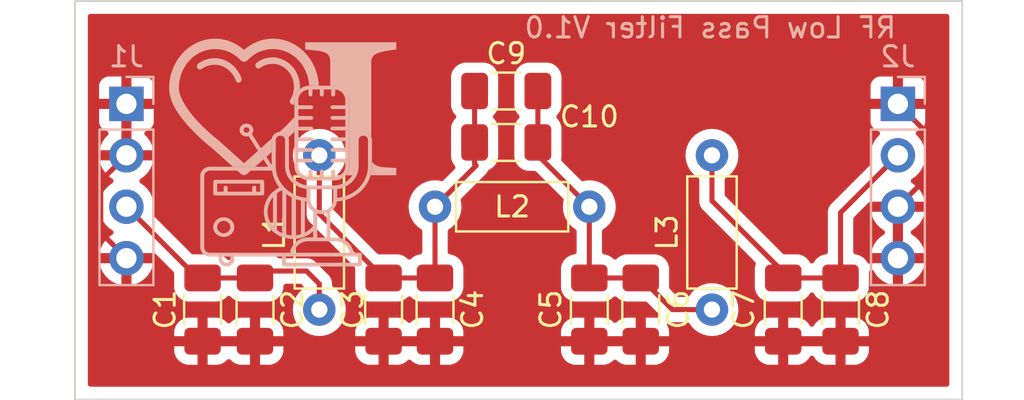
<source format=kicad_pcb>
(kicad_pcb (version 20221018) (generator pcbnew)
  (layers (0 "F.Cu" signal) (31 "B.Cu" signal) (34 "B.Paste" user) (35 "F.Paste" user) (36 "B.SilkS" user "B.Silkscreen") (37 "F.SilkS" user "F.Silkscreen") (38 "B.Mask" user) (39 "F.Mask" user) (44 "Edge.Cuts" user))
  (net 0 "")
  (net 1 "Net-(J1-Pin_3)")
  (net 2 "GND")
  (net 3 "Net-(C10-Pad1)")
  (net 4 "Net-(C10-Pad2)")
  (net 5 "Net-(J2-Pin_2)")
  (footprint "Inductor_THT:L_Axial_L5.3mm_D2.2mm_P7.62mm_Horizontal_Vishay_IM-1" (layer "F.Cu") (at 127.9775 83.82 90)
    (fp_text reference "L3")
    (fp_text value "L_Ferrite")
  )
  (footprint "Capacitor_SMD:C_1206_3216Metric_Pad1.33x1.80mm_HandSolder" (layer "F.Cu") (at 121.92 83.82 -90)
    (fp_text reference "C5")
    (fp_text value "C")
  )
  (footprint "Capacitor_SMD:C_1206_3216Metric_Pad1.33x1.80mm_HandSolder" (layer "F.Cu") (at 124.46 83.82 -90)
    (fp_text reference "C6")
    (fp_text value "C")
  )
  (footprint "Capacitor_SMD:C_1206_3216Metric_Pad1.33x1.80mm_HandSolder" (layer "F.Cu") (at 117.8175 73.025)
    (fp_text reference "C9")
    (fp_text value "C")
  )
  (footprint "Capacitor_SMD:C_1206_3216Metric_Pad1.33x1.80mm_HandSolder" (layer "F.Cu") (at 117.8175 75.565)
    (fp_text reference "C10")
    (fp_text value "C")
  )
  (footprint "Inductor_THT:L_Axial_L5.3mm_D2.2mm_P7.62mm_Horizontal_Vishay_IM-1" (layer "F.Cu") (at 108.585 83.82 90)
    (fp_text reference "L1")
    (fp_text value "L_Ferrite")
  )
  (footprint "Inductor_THT:L_Axial_L5.3mm_D2.2mm_P7.62mm_Horizontal_Vishay_IM-1" (layer "F.Cu") (at 114.3 78.74)
    (fp_text reference "L2")
    (fp_text value "L_Ferrite")
  )
  (footprint "Capacitor_SMD:C_1206_3216Metric_Pad1.33x1.80mm_HandSolder" (layer "F.Cu") (at 114.3 83.82 -90)
    (fp_text reference "C4")
    (fp_text value "C")
  )
  (footprint "Capacitor_SMD:C_1206_3216Metric_Pad1.33x1.80mm_HandSolder" (layer "F.Cu") (at 131.495 83.82 -90)
    (fp_text reference "C7")
    (fp_text value "C")
  )
  (footprint "Capacitor_SMD:C_1206_3216Metric_Pad1.33x1.80mm_HandSolder" (layer "F.Cu") (at 102.82 83.82 -90)
    (fp_text reference "C1")
    (fp_text value "C")
  )
  (footprint "Capacitor_SMD:C_1206_3216Metric_Pad1.33x1.80mm_HandSolder" (layer "F.Cu") (at 111.76 83.82 -90)
    (fp_text reference "C3")
    (fp_text value "C")
  )
  (footprint "Capacitor_SMD:C_1206_3216Metric_Pad1.33x1.80mm_HandSolder" (layer "F.Cu") (at 134.3275 83.82 -90)
    (fp_text reference "C8")
    (fp_text value "C")
  )
  (footprint "Capacitor_SMD:C_1206_3216Metric_Pad1.33x1.80mm_HandSolder" (layer "F.Cu") (at 105.41 83.82 -90)
    (fp_text reference "C2")
    (fp_text value "C")
  )
  (footprint "Connector_PinHeader_2.54mm:PinHeader_1x04_P2.54mm_Vertical" (layer "B.Cu") (at 137.16 73.66 180)
    (fp_text reference "J2")
    (fp_text value "Conn_01x04_Pin")
  )
  (footprint "Connector_PinHeader_2.54mm:PinHeader_1x04_P2.54mm_Vertical" (layer "B.Cu") (at 99.06 73.66 180)
    (fp_text reference "J1")
    (fp_text value "Conn_01x04_Pin")
  )
  (gr_poly (pts (xy 103.83905 79.25922) (xy 103.812764 79.261113) (xy 103.786853 79.26423) (xy 103.76135 79.26854) (xy 103.736286 79.27401) (xy 103.711695 79.280609) (xy 103.687608 79.288307) (xy 103.664059 79.29707) (xy 103.641079 79.306869) (xy 103.618702 79.31767) (xy 103.596959 79.329444) (xy 103.575883 79.342158) (xy 103.555507 79.355781) (xy 103.535863 79.370281) (xy 103.516984 79.385627) (xy 103.498901 79.401787) (xy 103.481648 79.418731) (xy 103.465256 79.436425) (xy 103.449759 79.45484) (xy 103.435189 79.473943) (xy 103.421578 79.493703) (xy 103.408959 79.514089) (xy 103.397364 79.535068) (xy 103.386825 79.55661) (xy 103.377376 79.578683) (xy 103.369048 79.601255) (xy 103.361874 79.624296) (xy 103.355886 79.647772) (xy 103.351118 79.671654) (xy 103.347601 79.69591) (xy 103.345367 79.720507) (xy 103.34445 79.745415) (xy 103.345134 79.770323) (xy 103.347165 79.794921) (xy 103.350507 79.819176) (xy 103.355127 79.843058) (xy 103.360991 79.866535) (xy 103.368065 79.889575) (xy 103.376316 79.912147) (xy 103.385709 79.93422) (xy 103.39621 79.955762) (xy 103.407786 79.976742) (xy 103.420403 79.997127) (xy 103.434026 80.016887) (xy 103.448622 80.03599) (xy 103.464157 80.054405) (xy 103.480597 80.0721) (xy 103.497908 80.089043) (xy 103.516056 80.105203) (xy 103.535008 80.12055) (xy 103.554729 80.13505) (xy 103.575185 80.148673) (xy 103.596343 80.161386) (xy 103.618168 80.17316) (xy 103.640627 80.183962) (xy 103.663686 80.19376) (xy 103.687311 80.202524) (xy 103.711467 80.210221) (xy 103.736122 80.216821) (xy 103.761241 80.222291) (xy 103.78679 80.2266) (xy 103.812735 80.229717) (xy 103.839043 80.231611) (xy 103.865679 80.232249) (xy 103.892548 80.231618) (xy 103.919059 80.229746) (xy 103.945179 80.226664) (xy 103.970877 80.222399) (xy 103.996119 80.216984) (xy 104.020873 80.210448) (xy 104.045107 80.202821) (xy 104.068788 80.194132) (xy 104.091884 80.184413) (xy 104.114362 80.173693) (xy 104.13619 80.162002) (xy 104.157336 80.14937) (xy 104.177766 80.135828) (xy 104.197449 80.121404) (xy 104.216352 80.10613) (xy 104.234442 80.090035) (xy 104.251688 80.07315) (xy 104.268056 80.055504) (xy 104.283514 80.037127) (xy 104.29803 80.01805) (xy 104.311572 79.998303) (xy 104.324106 79.977914) (xy 104.3356 79.956916) (xy 104.346022 79.935337) (xy 104.35534 79.913208) (xy 104.363521 79.890558) (xy 104.370532 79.867418) (xy 104.376341 79.843818) (xy 104.380916 79.819787) (xy 104.384224 79.795357) (xy 104.386232 79.770556) (xy 104.386909 79.745415) (xy 104.386909 79.745414) (xy 104.188471 79.745414) (xy 104.188048 79.761186) (xy 104.186794 79.776737) (xy 104.184728 79.79205) (xy 104.181872 79.807106) (xy 104.178247 79.821887) (xy 104.173873 79.836374) (xy 104.168772 79.85055) (xy 104.162964 79.864395) (xy 104.156469 79.877891) (xy 104.14931 79.89102) (xy 104.141506 79.903763) (xy 104.133079 79.916102) (xy 104.124049 79.928019) (xy 104.114437 79.939495) (xy 104.104265 79.950512) (xy 104.093552 79.961051) (xy 104.082319 79.971093) (xy 104.070589 79.980622) (xy 104.05838 79.989617) (xy 104.045715 79.998061) (xy 104.032613 80.005936) (xy 104.019097 80.013222) (xy 104.005186 80.019902) (xy 103.990901 80.025956) (xy 103.976264 80.031368) (xy 103.961295 80.036117) (xy 103.946015 80.040187) (xy 103.930445 80.043557) (xy 103.914606 80.046211) (xy 103.898517 80.048129) (xy 103.882202 80.049294) (xy 103.865679 80.049686) (xy 103.849156 80.049286) (xy 103.832841 80.0481) (xy 103.816753 80.046148) (xy 103.800913 80.043449) (xy 103.785343 80.040023) (xy 103.770063 80.03589) (xy 103.755094 80.031071) (xy 103.740457 80.025584) (xy 103.726173 80.01945) (xy 103.712262 80.012689) (xy 103.698746 80.00532) (xy 103.685644 79.997364) (xy 103.672979 79.988839) (xy 103.660771 79.979767) (xy 103.64904 79.970167) (xy 103.637807 79.960058) (xy 103.627095 79.949461) (xy 103.616922 79.938396) (xy 103.60731 79.926882) (xy 103.59828 79.914939) (xy 103.589853 79.902588) (xy 103.582049 79.889847) (xy 103.57489 79.876737) (xy 103.568395 79.863278) (xy 103.562587 79.84949) (xy 103.557486 79.835392) (xy 103.553112 79.821004) (xy 103.549487 79.806346) (xy 103.546631 79.791439) (xy 103.544565 79.776301) (xy 103.54331 79.760953) (xy 103.542887 79.745414) (xy 103.54331 79.729643) (xy 103.544565 79.714092) (xy 103.54663 79.698779) (xy 103.549486 79.683723) (xy 103.553111 79.668942) (xy 103.557485 79.654454) (xy 103.562586 79.640279) (xy 103.568395 79.626434) (xy 103.574889 79.612938) (xy 103.582048 79.599809) (xy 103.589852 79.587066) (xy 103.598279 79.574727) (xy 103.607309 79.56281) (xy 103.616921 79.551334) (xy 103.627094 79.540318) (xy 103.637807 79.529779) (xy 103.649039 79.519736) (xy 103.66077 79.510208) (xy 103.672978 79.501212) (xy 103.685644 79.492768) (xy 103.698745 79.484894) (xy 103.712262 79.477608) (xy 103.726173 79.470928) (xy 103.740457 79.464873) (xy 103.755094 79.459462) (xy 103.770063 79.454712) (xy 103.785343 79.450643) (xy 103.800913 79.447272) (xy 103.816753 79.444619) (xy 103.832841 79.4427) (xy 103.849156 79.441536) (xy 103.865679 79.441144) (xy 103.882202 79.441543) (xy 103.898517 79.442729) (xy 103.914606 79.444682) (xy 103.930445 79.447381) (xy 103.946015 79.450807) (xy 103.961295 79.454939) (xy 103.976264 79.459759) (xy 103.990901 79.465245) (xy 104.005186 79.471379) (xy 104.019097 79.478141) (xy 104.032613 79.485509) (xy 104.045715 79.493466) (xy 104.05838 79.50199) (xy 104.070589 79.511062) (xy 104.082319 79.520663) (xy 104.093552 79.530771) (xy 104.104265 79.541368) (xy 104.114437 79.552433) (xy 104.124049 79.563947) (xy 104.133079 79.57589) (xy 104.141506 79.588241) (xy 104.14931 79.600982) (xy 104.156469 79.614092) (xy 104.162964 79.627551) (xy 104.168772 79.641339) (xy 104.173873 79.655437) (xy 104.178247 79.669825) (xy 104.181872 79.684483) (xy 104.184728 79.69939) (xy 104.186794 79.714528) (xy 104.188048 79.729876) (xy 104.188471 79.745414) (xy 104.386909 79.745414) (xy 104.386225 79.720507) (xy 104.384194 79.69591) (xy 104.380852 79.671655) (xy 104.376232 79.647773) (xy 104.370368 79.624296) (xy 104.363294 79.601256) (xy 104.355043 79.578683) (xy 104.34565 79.55661) (xy 104.335149 79.535068) (xy 104.323573 79.514089) (xy 104.310956 79.493704) (xy 104.297333 79.473944) (xy 104.282737 79.45484) (xy 104.267201 79.436426) (xy 104.250761 79.418731) (xy 104.23345 79.401788) (xy 104.215302 79.385627) (xy 104.19635 79.370281) (xy 104.17663 79.355781) (xy 104.156173 79.342158) (xy 104.135015 79.329444) (xy 104.11319 79.317671) (xy 104.090731 79.306869) (xy 104.067672 79.29707) (xy 104.044047 79.288307) (xy 104.019891 79.28061) (xy 103.995236 79.27401) (xy 103.970117 79.26854) (xy 103.944568 79.26423) (xy 103.918623 79.261113) (xy 103.892315 79.25922) (xy 103.865679 79.258582)) (fill solid) (layer "B.SilkS"))
  (gr_poly (pts (xy 104.970246 74.63408) (xy 104.953188 74.635312) (xy 104.93636 74.63734) (xy 104.919786 74.640145) (xy 104.903486 74.643705) (xy 104.887484 74.648001) (xy 104.871801 74.653012) (xy 104.856461 74.658717) (xy 104.841485 74.665097) (xy 104.826896 74.672131) (xy 104.812715 74.679799) (xy 104.798966 74.68808) (xy 104.78567 74.696954) (xy 104.77285 74.7064) (xy 104.760528 74.716399) (xy 104.748726 74.72693) (xy 104.737467 74.737973) (xy 104.726773 74.749506) (xy 104.716666 74.761511) (xy 104.707168 74.773966) (xy 104.698302 74.786851) (xy 104.69009 74.800147) (xy 104.682555 74.813831) (xy 104.675718 74.827885) (xy 104.669602 74.842288) (xy 104.664229 74.857019) (xy 104.659621 74.872058) (xy 104.655802 74.887385) (xy 104.652792 74.90298) (xy 104.650615 74.918821) (xy 104.649292 74.93489) (xy 104.648846 74.951164) (xy 104.649284 74.967439) (xy 104.650585 74.983507) (xy 104.652729 74.999349) (xy 104.655693 75.014943) (xy 104.659458 75.03027) (xy 104.664002 75.04531) (xy 104.669305 75.060041) (xy 104.675346 75.074444) (xy 104.682103 75.088498) (xy 104.689557 75.102182) (xy 104.697687 75.115478) (xy 104.70647 75.128363) (xy 104.715888 75.140818) (xy 104.725918 75.152823) (xy 104.73654 75.164356) (xy 104.747734 75.175399) (xy 104.759478 75.18593) (xy 104.771751 75.195929) (xy 104.784533 75.205375) (xy 104.797803 75.214249) (xy 104.81154 75.22253) (xy 104.825723 75.230198) (xy 104.840332 75.237232) (xy 104.855345 75.243612) (xy 104.870742 75.249317) (xy 104.886501 75.254328) (xy 104.902603 75.258624) (xy 104.919026 75.262184) (xy 104.935749 75.264989) (xy 104.952752 75.267017) (xy 104.970013 75.268249) (xy 104.987513 75.268664) (xy 105.001279 75.268416) (xy 105.014798 75.267672) (xy 105.028068 75.266432) (xy 105.04109 75.264696) (xy 105.047509 75.263642) (xy 105.053865 75.262464) (xy 105.060159 75.261161) (xy 105.066391 75.259735) (xy 105.072561 75.258185) (xy 105.07867 75.25651) (xy 105.084716 75.254712) (xy 105.0907 75.25279) (xy 106.056429 76.763561) (xy 103.193637 76.763561) (xy 103.168481 76.764168) (xy 103.143637 76.76597) (xy 103.119137 76.768935) (xy 103.095013 76.773033) (xy 103.071298 76.778234) (xy 103.048025 76.784507) (xy 103.025225 76.791822) (xy 103.002931 76.800148) (xy 102.981176 76.809454) (xy 102.959993 76.819711) (xy 102.939413 76.830887) (xy 102.919469 76.842951) (xy 102.900193 76.855875) (xy 102.881619 76.869626) (xy 102.863778 76.884175) (xy 102.846703 76.899491) (xy 102.830427 76.915543) (xy 102.814981 76.932301) (xy 102.800399 76.949734) (xy 102.786712 76.967812) (xy 102.773954 76.986504) (xy 102.762156 77.00578) (xy 102.751352 77.02561) (xy 102.741573 77.045962) (xy 102.732852 77.066806) (xy 102.725222 77.088112) (xy 102.718715 77.10985) (xy 102.713363 77.131987) (xy 102.709199 77.154495) (xy 102.706255 77.177343) (xy 102.704564 77.2005) (xy 102.704159 77.223935) (xy 102.704159 80.734955) (xy 102.704797 80.758864) (xy 102.706692 80.782449) (xy 102.709812 80.805683) (xy 102.714127 80.828536) (xy 102.719607 80.850981) (xy 102.726222 80.872988) (xy 102.733939 80.894529) (xy 102.74273 80.915575) (xy 102.752564 80.936098) (xy 102.763409 80.956069) (xy 102.775236 80.97546) (xy 102.788014 80.994242) (xy 102.801713 81.012387) (xy 102.816301 81.029865) (xy 102.831749 81.046648) (xy 102.848026 81.062708) (xy 102.865102 81.078017) (xy 102.882945 81.092544) (xy 102.901525 81.106263) (xy 102.920812 81.119144) (xy 102.940776 81.131159) (xy 102.961386 81.142279) (xy 102.98261 81.152476) (xy 103.00442 81.161721) (xy 103.026783 81.169985) (xy 103.049671 81.17724) (xy 103.073051 81.183457) (xy 103.096895 81.188608) (xy 103.12117 81.192664) (xy 103.145847 81.195596) (xy 103.170895 81.197377) (xy 103.196284 81.197977) (xy 103.611679 81.197977) (xy 103.611679 81.324977) (xy 103.612187 81.343716) (xy 103.613693 81.362215) (xy 103.616172 81.38045) (xy 103.619601 81.398398) (xy 103.623954 81.416037) (xy 103.629207 81.433342) (xy 103.635335 81.450291) (xy 103.642313 81.466859) (xy 103.650117 81.483025) (xy 103.658721 81.498764) (xy 103.668102 81.514054) (xy 103.678234 81.528871) (xy 103.689092 81.543192) (xy 103.700653 81.556993) (xy 103.712891 81.570252) (xy 103.725781 81.582945) (xy 103.739299 81.595049) (xy 103.753421 81.606541) (xy 103.768121 81.617396) (xy 103.783375 81.627594) (xy 103.799157 81.637108) (xy 103.815444 81.645918) (xy 103.832211 81.653999) (xy 103.849433 81.661328) (xy 103.867084 81.667882) (xy 103.885142 81.673637) (xy 103.90358 81.678571) (xy 103.922374 81.68266) (xy 103.941499 81.685881) (xy 103.960932 81.68821) (xy 103.980646 81.689625) (xy 104.000617 81.690101) (xy 104.020589 81.689625) (xy 104.040303 81.68821) (xy 104.059735 81.685881) (xy 104.07886 81.68266) (xy 104.097654 81.678571) (xy 104.116092 81.673637) (xy 104.13415 81.667882) (xy 104.151801 81.661328) (xy 104.169023 81.653999) (xy 104.18579 81.645918) (xy 104.202077 81.637108) (xy 104.217859 81.627593) (xy 104.233113 81.617396) (xy 104.247813 81.60654) (xy 104.261934 81.595049) (xy 104.275453 81.582945) (xy 104.288343 81.570252) (xy 104.300581 81.556993) (xy 104.312141 81.543191) (xy 104.323 81.528871) (xy 104.333132 81.514054) (xy 104.342512 81.498764) (xy 104.351117 81.483025) (xy 104.35892 81.466859) (xy 104.365898 81.45029) (xy 104.372026 81.433342) (xy 104.377279 81.416037) (xy 104.381632 81.398398) (xy 104.385061 81.38045) (xy 104.387541 81.362214) (xy 104.389047 81.343716) (xy 104.389554 81.324977) (xy 104.389554 81.200624) (xy 104.188471 81.200624) (xy 104.188471 81.327624) (xy 104.188225 81.336753) (xy 104.187494 81.345777) (xy 104.186291 81.354684) (xy 104.184626 81.363461) (xy 104.182512 81.372097) (xy 104.17996 81.38058) (xy 104.176982 81.388896) (xy 104.173588 81.397035) (xy 104.169792 81.404984) (xy 104.165604 81.412731) (xy 104.161037 81.420264) (xy 104.156101 81.427571) (xy 104.150809 81.434639) (xy 104.145172 81.441457) (xy 104.139201 81.448012) (xy 104.132909 81.454293) (xy 104.126307 81.460286) (xy 104.119406 81.465981) (xy 104.112218 81.471365) (xy 104.104756 81.476426) (xy 104.097029 81.481151) (xy 104.089051 81.485529) (xy 104.080833 81.489548) (xy 104.072386 81.493195) (xy 104.063721 81.496458) (xy 104.054852 81.499326) (xy 104.045788 81.501785) (xy 104.036543 81.503825) (xy 104.027127 81.505432) (xy 104.017552 81.506595) (xy 104.00783 81.507302) (xy 103.997972 81.50754) (xy 103.988114 81.507302) (xy 103.978392 81.506595) (xy 103.968817 81.505432) (xy 103.959401 81.503825) (xy 103.950155 81.501785) (xy 103.941092 81.499326) (xy 103.932222 81.496458) (xy 103.923558 81.493195) (xy 103.915111 81.489548) (xy 103.906892 81.485529) (xy 103.898914 81.481151) (xy 103.891188 81.476426) (xy 103.883725 81.471365) (xy 103.876537 81.465981) (xy 103.869637 81.460286) (xy 103.863034 81.454293) (xy 103.856742 81.448012) (xy 103.850771 81.441457) (xy 103.845134 81.434639) (xy 103.839842 81.427571) (xy 103.834906 81.420264) (xy 103.830338 81.412731) (xy 103.826151 81.404984) (xy 103.822354 81.397035) (xy 103.818961 81.388896) (xy 103.815983 81.38058) (xy 103.81343 81.372097) (xy 103.811316 81.363461) (xy 103.809652 81.354684) (xy 103.808448 81.345777) (xy 103.807718 81.336753) (xy 103.807471 81.327624) (xy 103.804825 81.327624) (xy 103.804825 81.200624) (xy 104.188471 81.200624) (xy 104.389554 81.200624) (xy 104.389554 81.197977) (xy 106.739054 81.197977) (xy 106.739054 81.597497) (xy 106.739177 81.602185) (xy 106.739543 81.606821) (xy 106.740146 81.611398) (xy 106.740981 81.615909) (xy 106.742044 81.620348) (xy 106.743327 81.62471) (xy 106.744826 81.628987) (xy 106.746537 81.633174) (xy 106.748452 81.637263) (xy 106.750568 81.64125) (xy 106.752879 81.645127) (xy 106.755379 81.648888) (xy 106.758063 81.652528) (xy 106.760925 81.656038) (xy 106.763962 81.659415) (xy 106.767166 81.66265) (xy 106.770533 81.665738) (xy 106.774058 81.668672) (xy 106.777734 81.671446) (xy 106.781558 81.674055) (xy 106.785523 81.676491) (xy 106.789624 81.678748) (xy 106.793856 81.68082) (xy 106.798213 81.6827) (xy 106.802691 81.684383) (xy 106.807283 81.685862) (xy 106.811985 81.687131) (xy 106.816791 81.688183) (xy 106.821696 81.689012) (xy 106.826694 81.689613) (xy 106.831781 81.689977) (xy 106.83695 81.6901) (xy 110.588742 81.6901) (xy 110.593678 81.689977) (xy 110.598562 81.689613) (xy 110.603385 81.689012) (xy 110.608141 81.688183) (xy 110.612824 81.687131) (xy 110.617426 81.685862) (xy 110.621941 81.684383) (xy 110.626362 81.6827) (xy 110.630682 81.68082) (xy 110.634895 81.678748) (xy 110.638994 81.676491) (xy 110.642971 81.674055) (xy 110.64682 81.671446) (xy 110.650535 81.668672) (xy 110.654108 81.665738) (xy 110.657533 81.66265) (xy 110.660803 81.659415) (xy 110.663912 81.656038) (xy 110.666851 81.652528) (xy 110.669615 81.648888) (xy 110.672197 81.645127) (xy 110.67459 81.64125) (xy 110.676788 81.637263) (xy 110.678783 81.633174) (xy 110.680568 81.628987) (xy 110.682138 81.62471) (xy 110.683484 81.620348) (xy 110.684601 81.615909) (xy 110.685482 81.611398) (xy 110.686119 81.606821) (xy 110.686507 81.602185) (xy 110.686637 81.597497) (xy 110.686637 81.197978) (xy 110.490846 81.197978) (xy 110.490846 81.504894) (xy 106.934846 81.504894) (xy 106.934846 81.197978) (xy 110.490846 81.197978) (xy 110.686637 81.197978) (xy 110.686637 81.105371) (xy 110.686514 81.100683) (xy 110.686149 81.096047) (xy 110.685545 81.09147) (xy 110.68471 81.086959) (xy 110.683648 81.08252) (xy 110.682365 81.078158) (xy 110.680865 81.073881) (xy 110.679155 81.069694) (xy 110.677239 81.065604) (xy 110.675123 81.061618) (xy 110.672813 81.057741) (xy 110.670313 81.053979) (xy 110.667629 81.05034) (xy 110.664766 81.046829) (xy 110.66173 81.043453) (xy 110.658526 81.040218) (xy 110.655158 81.03713) (xy 110.651634 81.034196) (xy 110.647957 81.031421) (xy 110.644134 81.028813) (xy 110.640169 81.026377) (xy 110.636068 81.02412) (xy 110.631836 81.022048) (xy 110.627478 81.020168) (xy 110.623001 81.018485) (xy 110.618409 81.017006) (xy 110.613707 81.015737) (xy 110.612236 81.015415) (xy 110.080742 81.015415) (xy 107.339658 81.015415) (xy 107.3397 81.009462) (xy 107.339798 81.006486) (xy 107.339989 81.003509) (xy 107.340129 81.002021) (xy 107.340304 81.000532) (xy 107.340518 80.999044) (xy 107.340775 80.997556) (xy 107.341078 80.996067) (xy 107.341431 80.994579) (xy 107.341839 80.993091) (xy 107.342304 80.991603) (xy 107.355533 80.943978) (xy 107.357642 80.934175) (xy 107.359998 80.924589) (xy 107.362603 80.915189) (xy 107.365455 80.905944) (xy 107.368556 80.896823) (xy 107.371904 80.887795) (xy 107.375501 80.878829) (xy 107.379346 80.869895) (xy 107.380369 80.866948) (xy 107.381449 80.864055) (xy 107.382584 80.861209) (xy 107.38377 80.858402) (xy 107.386276 80.852873) (xy 107.388937 80.847405) (xy 107.400513 80.824916) (xy 107.4046 80.816105) (xy 107.408905 80.807511) (xy 107.413396 80.799104) (xy 107.418041 80.790851) (xy 107.422811 80.782722) (xy 107.427674 80.774686) (xy 107.437554 80.75877) (xy 107.44065 80.753809) (xy 107.443962 80.748848) (xy 107.447461 80.743887) (xy 107.451114 80.738926) (xy 107.454892 80.733965) (xy 107.458762 80.729004) (xy 107.466658 80.719082) (xy 107.478606 80.705192) (xy 107.490802 80.691301) (xy 107.49707 80.684356) (xy 107.503494 80.67741) (xy 107.510103 80.670465) (xy 107.516929 80.66352) (xy 107.521777 80.658564) (xy 107.526438 80.653639) (xy 107.53545 80.644007) (xy 107.539925 80.639361) (xy 107.544463 80.634871) (xy 107.546774 80.632693) (xy 107.549124 80.630566) (xy 107.55152 80.628493) (xy 107.553971 80.626479) (xy 107.557474 80.623066) (xy 107.561035 80.619766) (xy 107.564651 80.616566) (xy 107.568316 80.613456) (xy 107.575784 80.607457) (xy 107.583406 80.601674) (xy 107.614825 80.578853) (xy 107.624788 80.570957) (xy 107.629847 80.567086) (xy 107.634999 80.563309) (xy 107.640275 80.559655) (xy 107.64297 80.557885) (xy 107.645707 80.556157) (xy 107.64849 80.554475) (xy 107.651324 80.552844) (xy 107.654212 80.551268) (xy 107.657158 80.549749) (xy 107.661623 80.546833) (xy 107.666088 80.544034) (xy 107.675018 80.538752) (xy 107.683947 80.533843) (xy 107.692877 80.529244) (xy 107.701807 80.524893) (xy 107.710736 80.520728) (xy 107.728596 80.512707) (xy 107.733676 80.509736) (xy 107.738972 80.506795) (xy 107.744455 80.503917) (xy 107.750093 80.501132) (xy 107.755855 80.49847) (xy 107.76171 80.495964) (xy 107.767627 80.493644) (xy 107.773575 80.491541) (xy 107.778566 80.489616) (xy 107.783616 80.487804) (xy 107.793874 80.484471) (xy 107.804318 80.481448) (xy 107.814916 80.478642) (xy 107.836455 80.473308) (xy 107.847333 80.470595) (xy 107.858242 80.467727) (xy 107.863208 80.466622) (xy 107.868205 80.46533) (xy 107.878416 80.462436) (xy 107.883692 80.460958) (xy 107.889123 80.459542) (xy 107.894741 80.45825) (xy 107.897629 80.45767) (xy 107.900575 80.457144) (xy 107.917447 80.454297) (xy 107.934351 80.451729) (xy 107.951316 80.44947) (xy 107.968375 80.447553) (xy 107.985557 80.446008) (xy 108.002895 80.444866) (xy 108.020418 80.444158) (xy 108.038159 80.443915) (xy 109.384888 80.443915) (xy 109.418182 80.444638) (xy 109.451071 80.446787) (xy 109.48352 80.450329) (xy 109.515495 80.455232) (xy 109.546962 80.461465) (xy 109.577888 80.468995) (xy 109.608238 80.47779) (xy 109.637978 80.487819) (xy 109.667075 80.49905) (xy 109.695495 80.51145) (xy 109.723204 80.524987) (xy 109.750168 80.53963) (xy 109.776352 80.555347) (xy 109.801724 80.572105) (xy 109.826249 80.589872) (xy 109.849893 80.608618) (xy 109.872622 80.628309) (xy 109.894403 80.648914) (xy 109.915201 80.6704) (xy 109.934983 80.692737) (xy 109.953715 80.715891) (xy 109.971362 80.739831) (xy 109.987891 80.764525) (xy 110.003268 80.78994) (xy 110.01746 80.816046) (xy 110.030431 80.842809) (xy 110.042148 80.870198) (xy 110.052578 80.898182) (xy 110.061686 80.926727) (xy 110.069439 80.955802) (xy 110.075802 80.985375) (xy 110.080742 81.015415) (xy 110.612236 81.015415) (xy 110.608901 81.014685) (xy 110.603996 81.013855) (xy 110.598998 81.013255) (xy 110.593911 81.01289) (xy 110.588742 81.012767) (xy 110.273888 81.012767) (xy 110.268213 80.973359) (xy 110.260646 80.934536) (xy 110.251231 80.896343) (xy 110.240014 80.858824) (xy 110.227039 80.822021) (xy 110.212351 80.785979) (xy 110.195995 80.750742) (xy 110.178018 80.716352) (xy 110.158462 80.682854) (xy 110.137375 80.65029) (xy 110.1148 80.618705) (xy 110.090783 80.588143) (xy 110.065368 80.558646) (xy 110.038602 80.530259) (xy 110.010528 80.503025) (xy 109.981192 80.476987) (xy 109.95064 80.45219) (xy 109.918915 80.428676) (xy 109.886064 80.40649) (xy 109.85213 80.385675) (xy 109.81716 80.366274) (xy 109.781199 80.348332) (xy 109.74429 80.331892) (xy 109.70648 80.316997) (xy 109.667814 80.303691) (xy 109.628336 80.292018) (xy 109.588092 80.282021) (xy 109.547126 80.273744) (xy 109.505484 80.26723) (xy 109.46321 80.262523) (xy 109.420351 80.259667) (xy 109.37695 80.258706) (xy 109.130887 80.258706) (xy 108.943033 80.258706) (xy 108.482659 80.258706) (xy 108.482659 80.253416) (xy 108.28422 80.253416) (xy 108.038158 80.253416) (xy 108.026371 80.253535) (xy 108.0148 80.253871) (xy 108.003416 80.254393) (xy 107.992187 80.25507) (xy 107.970069 80.256765) (xy 107.948199 80.258708) (xy 107.919095 80.261353) (xy 107.903675 80.263337) (xy 107.888999 80.265322) (xy 107.860887 80.269291) (xy 107.856045 80.270283) (xy 107.85142 80.271275) (xy 107.842697 80.273259) (xy 107.83447 80.275243) (xy 107.826492 80.277227) (xy 107.776221 80.290456) (xy 107.741825 80.30104) (xy 107.736745 80.303025) (xy 107.731448 80.305009) (xy 107.720328 80.308978) (xy 107.708711 80.312946) (xy 107.696846 80.316915) (xy 107.692763 80.318026) (xy 107.688495 80.319354) (xy 107.684103 80.320868) (xy 107.679648 80.322537) (xy 107.675194 80.324331) (xy 107.670801 80.326217) (xy 107.666533 80.328165) (xy 107.66245 80.330145) (xy 107.641283 80.338413) (xy 107.635837 80.340712) (xy 107.630452 80.343167) (xy 107.627802 80.344462) (xy 107.625191 80.345807) (xy 107.622627 80.347207) (xy 107.620117 80.348665) (xy 107.618132 80.350123) (xy 107.616148 80.351523) (xy 107.612179 80.354163) (xy 107.60821 80.356618) (xy 107.604242 80.358918) (xy 107.600273 80.361093) (xy 107.596304 80.363176) (xy 107.588367 80.367186) (xy 107.548679 80.390998) (xy 107.516929 80.412165) (xy 107.479888 80.438623) (xy 107.450783 80.462436) (xy 107.416388 80.491541) (xy 107.389929 80.515353) (xy 107.358179 80.547103) (xy 107.334367 80.57356) (xy 107.32647 80.581539) (xy 107.3226 80.585606) (xy 107.318822 80.589766) (xy 107.316978 80.591891) (xy 107.315168 80.59405) (xy 107.313398 80.596249) (xy 107.31167 80.598489) (xy 107.309988 80.600777) (xy 107.308357 80.603114) (xy 107.306781 80.605506) (xy 107.305262 80.607957) (xy 107.284096 80.637061) (xy 107.280245 80.642022) (xy 107.276613 80.646983) (xy 107.273166 80.651944) (xy 107.269874 80.656905) (xy 107.266706 80.661866) (xy 107.263631 80.666827) (xy 107.257637 80.676749) (xy 107.239116 80.705853) (xy 107.21795 80.748187) (xy 107.217423 80.750141) (xy 107.216839 80.752042) (xy 107.2162 80.753895) (xy 107.215511 80.755711) (xy 107.214775 80.757495) (xy 107.213997 80.759256) (xy 107.212327 80.762738) (xy 107.204721 80.777291) (xy 107.1862 80.827561) (xy 107.184334 80.831411) (xy 107.182686 80.835044) (xy 107.181223 80.838491) (xy 107.179916 80.841782) (xy 107.178732 80.84495) (xy 107.177642 80.848025) (xy 107.175616 80.854019) (xy 107.169705 80.872292) (xy 107.166826 80.881645) (xy 107.164041 80.891061) (xy 107.16138 80.900476) (xy 107.158873 80.90983) (xy 107.156553 80.919059) (xy 107.15445 80.928102) (xy 107.15445 80.933394) (xy 107.150522 80.953238) (xy 107.146843 80.973081) (xy 107.145174 80.983003) (xy 107.14366 80.992925) (xy 107.142332 81.002847) (xy 107.141221 81.012768) (xy 103.193637 81.012768) (xy 103.178595 81.012407) (xy 103.163743 81.011336) (xy 103.1491 81.009575) (xy 103.134685 81.007141) (xy 103.120519 81.004054) (xy 103.10662 81.000333) (xy 103.093008 80.995997) (xy 103.079702 80.991064) (xy 103.066721 80.985554) (xy 103.054086 80.979486) (xy 103.041815 80.972877) (xy 103.029927 80.965748) (xy 103.018443 80.958117) (xy 103.007381 80.950003) (xy 102.996761 80.941425) (xy 102.986602 80.932402) (xy 102.976923 80.922952) (xy 102.967745 80.913095) (xy 102.959086 80.902849) (xy 102.950965 80.892234) (xy 102.943403 80.881267) (xy 102.936418 80.869969) (xy 102.93003 80.858359) (xy 102.924258 80.846453) (xy 102.919122 80.834273) (xy 102.914641 80.821837) (xy 102.910834 80.809163) (xy 102.907721 80.79627) (xy 102.905321 80.783179) (xy 102.903654 80.769906) (xy 102.902738 80.756471) (xy 102.902594 80.742894) (xy 102.902594 77.231873) (xy 102.902978 77.217574) (xy 102.90412 77.203464) (xy 102.905999 77.189558) (xy 102.908599 77.175876) (xy 102.9119 77.162434) (xy 102.915884 77.14925) (xy 102.920533 77.136341) (xy 102.925828 77.123724) (xy 102.93175 77.111418) (xy 102.938283 77.099439) (xy 102.945406 77.087805) (xy 102.953102 77.076534) (xy 102.961353 77.065642) (xy 102.970139 77.055147) (xy 102.979442 77.045068) (xy 102.989245 77.03542) (xy 102.999528 77.026222) (xy 103.010273 77.017491) (xy 103.021462 77.009244) (xy 103.033077 77.0015) (xy 103.045098 76.994274) (xy 103.057508 76.987586) (xy 103.070288 76.981451) (xy 103.08342 76.975889) (xy 103.096885 76.970915) (xy 103.110665 76.966548) (xy 103.124742 76.962805) (xy 103.139096 76.959704) (xy 103.15371 76.957261) (xy 103.168566 76.955495) (xy 103.183644 76.954422) (xy 103.198927 76.954061) (xy 106.254865 76.954061) (xy 106.255331 76.955579) (xy 106.255743 76.957156) (xy 106.256109 76.958787) (xy 106.256436 76.960469) (xy 106.257004 76.963967) (xy 106.257511 76.967621) (xy 106.258017 76.971398) (xy 106.258586 76.975269) (xy 106.259278 76.979201) (xy 106.25969 76.981181) (xy 106.260157 76.983165) (xy 106.268094 77.033436) (xy 106.283969 77.110165) (xy 106.285995 77.123601) (xy 106.287085 77.130025) (xy 106.288269 77.136293) (xy 106.289576 77.142437) (xy 106.291039 77.148489) (xy 106.292687 77.154478) (xy 106.294553 77.160436) (xy 106.300547 77.182264) (xy 106.30679 77.204092) (xy 106.310082 77.215006) (xy 106.313529 77.22592) (xy 106.317161 77.236834) (xy 106.321011 77.247749) (xy 106.331595 77.282144) (xy 106.336674 77.296913) (xy 106.341971 77.311497) (xy 106.347454 77.325956) (xy 106.353092 77.340353) (xy 106.376574 77.398561) (xy 106.392449 77.435603) (xy 106.402371 77.456976) (xy 106.412293 77.477605) (xy 106.422215 77.497738) (xy 106.432136 77.517624) (xy 106.435113 77.523458) (xy 106.438089 77.529075) (xy 106.441066 77.534506) (xy 106.444042 77.539782) (xy 106.449995 77.549994) (xy 106.455949 77.559957) (xy 106.478438 77.597991) (xy 106.483906 77.607111) (xy 106.489435 77.616139) (xy 106.495089 77.625105) (xy 106.500928 77.63404) (xy 106.527386 77.673728) (xy 106.539748 77.692) (xy 106.552853 77.710769) (xy 106.559607 77.720185) (xy 106.566454 77.729538) (xy 106.573363 77.738768) (xy 106.580303 77.747811) (xy 106.604116 77.779561) (xy 106.604612 77.780523) (xy 106.605108 77.781427) (xy 106.605604 77.782276) (xy 106.6061 77.783075) (xy 106.606596 77.783828) (xy 106.607092 77.784538) (xy 106.607589 77.785209) (xy 106.608085 77.785845) (xy 106.608581 77.786451) (xy 106.609077 77.787029) (xy 106.609573 77.787584) (xy 106.610069 77.788119) (xy 106.611061 77.789148) (xy 106.612054 77.790145) (xy 106.596179 77.798082) (xy 106.59098 77.800305) (xy 106.585347 77.802961) (xy 106.579342 77.805989) (xy 106.573028 77.809327) (xy 106.559716 77.816686) (xy 106.545908 77.824541) (xy 106.526937 77.835703) (xy 106.50775 77.847361) (xy 106.488376 77.859515) (xy 106.468848 77.872166) (xy 106.449195 77.885312) (xy 106.42945 77.898955) (xy 106.409642 77.913094) (xy 106.389804 77.927728) (xy 106.377856 77.93765) (xy 106.36566 77.947572) (xy 106.359392 77.952533) (xy 106.352968 77.957494) (xy 106.346359 77.962455) (xy 106.339533 77.967415) (xy 106.334241 77.970061) (xy 106.318366 77.98329) (xy 106.308485 77.991228) (xy 106.303623 77.995197) (xy 106.298853 77.999166) (xy 106.294207 78.003134) (xy 106.289717 78.007103) (xy 106.285412 78.011072) (xy 106.281324 78.015041) (xy 106.274493 78.020999) (xy 106.267847 78.026989) (xy 106.261325 78.03304) (xy 106.254866 78.039184) (xy 106.241885 78.051876) (xy 106.228408 78.065312) (xy 106.199024 78.09656) (xy 106.170447 78.12877) (xy 106.142738 78.161911) (xy 106.115959 78.19595) (xy 106.090173 78.230857) (xy 106.06544 78.266602) (xy 106.041824 78.303153) (xy 106.019387 78.340479) (xy 106.015418 78.346669) (xy 106.011449 78.353294) (xy 106.00748 78.360291) (xy 106.003511 78.367598) (xy 105.999543 78.375153) (xy 105.995574 78.382895) (xy 105.987636 78.398687) (xy 105.983673 78.404883) (xy 105.97974 78.411544) (xy 105.975869 78.418639) (xy 105.972092 78.426137) (xy 105.968438 78.434008) (xy 105.96494 78.442219) (xy 105.961627 78.45074) (xy 105.958532 78.459541) (xy 105.944228 78.493234) (xy 105.936859 78.511491) (xy 105.929428 78.530648) (xy 105.921997 78.550672) (xy 105.914628 78.571534) (xy 105.907383 78.593202) (xy 105.900324 78.615645) (xy 105.897466 78.624575) (xy 105.894826 78.633504) (xy 105.892371 78.642434) (xy 105.890071 78.651364) (xy 105.885813 78.669223) (xy 105.881803 78.687083) (xy 105.879824 78.693387) (xy 105.877876 78.700312) (xy 105.87599 78.707733) (xy 105.874196 78.715525) (xy 105.872527 78.723566) (xy 105.871013 78.731731) (xy 105.869685 78.739896) (xy 105.868574 78.747937) (xy 105.867146 78.752989) (xy 105.86583 78.758215) (xy 105.863489 78.769145) (xy 105.861458 78.780632) (xy 105.859645 78.792585) (xy 105.856296 78.817514) (xy 105.854575 78.830304) (xy 105.852699 78.843187) (xy 105.850839 78.860933) (xy 105.849226 78.878492) (xy 105.847862 78.895928) (xy 105.846746 78.913301) (xy 105.845878 78.930675) (xy 105.845258 78.948111) (xy 105.844886 78.96567) (xy 105.844762 78.983416) (xy 105.844886 79.001157) (xy 105.845258 79.01868) (xy 105.845878 79.036018) (xy 105.846746 79.0532) (xy 105.847862 79.070259) (xy 105.849226 79.087224) (xy 105.850839 79.104128) (xy 105.852699 79.121) (xy 105.859644 79.174578) (xy 105.861458 79.187352) (xy 105.863489 79.199878) (xy 105.86583 79.212156) (xy 105.868574 79.224187) (xy 105.871013 79.235887) (xy 105.874196 79.250315) (xy 105.877875 79.266231) (xy 105.881803 79.282396) (xy 105.882919 79.289579) (xy 105.884283 79.297196) (xy 105.885896 79.305185) (xy 105.887756 79.313484) (xy 105.889864 79.322031) (xy 105.892221 79.330765) (xy 105.894825 79.339622) (xy 105.897678 79.348542) (xy 105.904633 79.370995) (xy 105.911651 79.392735) (xy 105.918793 79.413794) (xy 105.92612 79.434201) (xy 105.933696 79.453987) (xy 105.941582 79.473185) (xy 105.94984 79.491825) (xy 105.958532 79.509938) (xy 105.961627 79.517002) (xy 105.96494 79.524283) (xy 105.972092 79.539372) (xy 105.97974 79.554958) (xy 105.987636 79.570792) (xy 105.989185 79.574294) (xy 105.990845 79.577851) (xy 105.994458 79.585096) (xy 105.99838 79.592465) (xy 106.002519 79.599896) (xy 106.019387 79.629) (xy 106.029989 79.647292) (xy 106.040956 79.665453) (xy 106.05228 79.683474) (xy 106.063952 79.701347) (xy 106.075966 79.719066) (xy 106.088313 79.736621) (xy 106.100985 79.754007) (xy 106.113975 79.771213) (xy 106.127275 79.788234) (xy 106.140878 79.805061) (xy 106.154775 79.821687) (xy 106.168959 79.838103) (xy 106.183422 79.854302) (xy 106.198156 79.870277) (xy 106.213154 79.886019) (xy 106.228408 79.90152) (xy 106.276033 79.946499) (xy 106.281867 79.952215) (xy 106.287484 79.957496) (xy 106.292915 79.962405) (xy 106.298191 79.967004) (xy 106.303344 79.971355) (xy 106.308403 79.975521) (xy 106.318366 79.983541) (xy 106.334241 79.99677) (xy 106.336887 79.999415) (xy 106.342179 80.004707) (xy 106.354085 80.014588) (xy 106.360038 80.01945) (xy 106.365991 80.02422) (xy 106.371944 80.028866) (xy 106.377897 80.033356) (xy 106.383851 80.037661) (xy 106.389804 80.041749) (xy 106.409539 80.056383) (xy 106.429119 80.070522) (xy 106.448637 80.084164) (xy 106.468186 80.097311) (xy 106.48786 80.109961) (xy 106.50775 80.122115) (xy 106.52795 80.133774) (xy 106.548554 80.144936) (xy 106.559385 80.151302) (xy 106.56539 80.154702) (xy 106.571705 80.158165) (xy 106.578268 80.161627) (xy 106.585017 80.165027) (xy 106.59189 80.168304) (xy 106.598825 80.171394) (xy 106.624115 80.18405) (xy 106.650336 80.19624) (xy 106.677424 80.207997) (xy 106.705319 80.21935) (xy 106.733959 80.230331) (xy 106.76328 80.240971) (xy 106.793221 80.251301) (xy 106.823721 80.261352) (xy 106.826366 80.261352) (xy 106.838515 80.265207) (xy 106.851129 80.268876) (xy 106.864178 80.272421) (xy 106.877629 80.275904) (xy 106.905617 80.282932) (xy 106.934846 80.290456) (xy 106.96457 80.296369) (xy 106.994046 80.302033) (xy 107.023026 80.3072) (xy 107.037253 80.30952) (xy 107.051262 80.311623) (xy 107.080149 80.316217) (xy 107.109222 80.320098) (xy 107.138419 80.323297) (xy 107.167679 80.325845) (xy 107.196938 80.327772) (xy 107.226135 80.329111) (xy 107.255208 80.329891) (xy 107.284096 80.330145) (xy 107.318492 80.330145) (xy 107.329292 80.330026) (xy 107.339906 80.32969) (xy 107.350397 80.329168) (xy 107.360825 80.328491) (xy 107.381743 80.326796) (xy 107.403158 80.324853) (xy 107.442846 80.322207) (xy 107.477241 80.318197) (xy 107.509653 80.313939) (xy 107.525424 80.311639) (xy 107.541072 80.309185) (xy 107.55672 80.306544) (xy 107.572491 80.303687) (xy 107.602365 80.29748) (xy 107.632395 80.290747) (xy 107.662486 80.283455) (xy 107.692546 80.275574) (xy 107.722482 80.267074) (xy 107.752201 80.257922) (xy 107.78161 80.248088) (xy 107.810616 80.237541) (xy 107.831121 80.230016) (xy 107.849642 80.222988) (xy 107.858469 80.219505) (xy 107.867171 80.21596) (xy 107.875873 80.212292) (xy 107.8847 80.208437) (xy 107.898632 80.202442) (xy 107.912811 80.1962) (xy 107.927488 80.189461) (xy 107.935089 80.185828) (xy 107.942908 80.181978) (xy 107.962762 80.171922) (xy 107.982678 80.161556) (xy 108.002718 80.150817) (xy 108.003788 80.150226) (xy 107.21795 80.150226) (xy 107.204721 80.150226) (xy 107.188959 80.149115) (xy 107.173384 80.147787) (xy 107.142544 80.144604) (xy 107.111703 80.140925) (xy 107.080367 80.136998) (xy 107.053495 80.132988) (xy 107.040648 80.130905) (xy 107.028112 80.128729) (xy 107.015823 80.12643) (xy 107.00372 80.123975) (xy 106.991742 80.121334) (xy 106.979825 80.118477) (xy 106.953366 80.11054) (xy 106.953366 80.044395) (xy 106.757575 80.044395) (xy 106.739757 80.036458) (xy 106.722187 80.02852) (xy 106.705113 80.020583) (xy 106.69684 80.016614) (xy 106.688783 80.012645) (xy 106.675844 80.007105) (xy 106.67004 80.004552) (xy 106.66464 80.002061) (xy 106.659612 79.99957) (xy 106.657228 79.998305) (xy 106.654925 79.997017) (xy 106.6527 79.995698) (xy 106.650548 79.99434) (xy 106.648466 79.992936) (xy 106.64645 79.991478) (xy 106.627836 79.981427) (xy 106.609657 79.971097) (xy 106.591849 79.960457) (xy 106.574351 79.949475) (xy 106.557101 79.938122) (xy 106.540038 79.926366) (xy 106.523098 79.914175) (xy 106.506221 79.901519) (xy 106.492992 79.890937) (xy 106.492992 78.266394) (xy 106.2972 78.266394) (xy 106.2972 79.695144) (xy 106.296084 79.694039) (xy 106.29472 79.692747) (xy 106.293108 79.691331) (xy 106.292208 79.690596) (xy 106.291247 79.689853) (xy 106.290224 79.68911) (xy 106.289139 79.688374) (xy 106.287992 79.687655) (xy 106.286782 79.686958) (xy 106.285511 79.686293) (xy 106.284178 79.685666) (xy 106.282782 79.685086) (xy 106.281325 79.684559) (xy 106.267564 79.667455) (xy 106.254081 79.649916) (xy 106.240909 79.632005) (xy 106.228078 79.613783) (xy 106.215619 79.595314) (xy 106.203562 79.576659) (xy 106.19194 79.55788) (xy 106.180783 79.539038) (xy 106.179265 79.535596) (xy 106.177693 79.532212) (xy 106.174417 79.525603) (xy 106.171016 79.51918) (xy 106.167554 79.512912) (xy 106.160691 79.500716) (xy 106.157415 79.494727) (xy 106.154325 79.488768) (xy 106.1524 79.485792) (xy 106.150589 79.482815) (xy 106.148877 79.479839) (xy 106.147255 79.476862) (xy 106.144232 79.470909) (xy 106.141427 79.464956) (xy 106.136094 79.45305) (xy 106.133381 79.447097) (xy 106.130512 79.441144) (xy 106.122813 79.424261) (xy 106.115547 79.407285) (xy 106.108653 79.390123) (xy 106.102069 79.372682) (xy 106.095734 79.354869) (xy 106.089584 79.336591) (xy 106.083559 79.317755) (xy 106.077595 79.298268) (xy 106.073627 79.283923) (xy 106.069658 79.268833) (xy 106.061721 79.237414) (xy 106.059855 79.230706) (xy 106.058207 79.224433) (xy 106.056744 79.218531) (xy 106.055437 79.21294) (xy 106.053163 79.202439) (xy 106.051137 79.192435) (xy 106.04721 79.169077) (xy 106.043531 79.146464) (xy 106.041862 79.135359) (xy 106.040347 79.124346) (xy 106.039019 79.113396) (xy 106.037908 79.102477) (xy 106.035965 79.074199) (xy 106.03427 79.04493) (xy 106.033593 79.029923) (xy 106.033071 79.014668) (xy 106.032735 78.999165) (xy 106.032616 78.983414) (xy 106.032735 78.967658) (xy 106.033071 78.952119) (xy 106.033593 78.936766) (xy 106.03427 78.921568) (xy 106.035965 78.891513) (xy 106.037908 78.861706) (xy 106.039019 78.851671) (xy 106.040347 78.84145) (xy 106.041861 78.831104) (xy 106.04353 78.820696) (xy 106.04721 78.799943) (xy 106.051137 78.779686) (xy 106.052135 78.772105) (xy 106.053163 78.765175) (xy 106.054253 78.758803) (xy 106.055437 78.752896) (xy 106.056744 78.747362) (xy 106.057454 78.744705) (xy 106.058207 78.742107) (xy 106.059006 78.739554) (xy 106.059855 78.737037) (xy 106.060759 78.734543) (xy 106.061721 78.732061) (xy 106.064578 78.72325) (xy 106.067219 78.714657) (xy 106.069673 78.706249) (xy 106.071973 78.697996) (xy 106.076231 78.681832) (xy 106.080241 78.665915) (xy 106.086314 78.647198) (xy 106.092603 78.628791) (xy 106.099078 78.610756) (xy 106.105708 78.593155) (xy 106.112462 78.57605) (xy 106.119309 78.559503) (xy 106.126218 78.543576) (xy 106.133158 78.528331) (xy 106.134647 78.524453) (xy 106.136135 78.520745) (xy 106.139111 78.513779) (xy 106.142088 78.507309) (xy 106.145065 78.501212) (xy 106.156971 78.47806) (xy 106.158489 78.474618) (xy 106.160061 78.471234) (xy 106.163337 78.464625) (xy 106.166738 78.458201) (xy 106.1702 78.451933) (xy 106.177063 78.439737) (xy 106.180339 78.433748) (xy 106.183429 78.42779) (xy 106.19546 78.408075) (xy 106.207738 78.38864) (xy 106.220264 78.369514) (xy 106.233039 78.35073) (xy 106.246061 78.332318) (xy 106.259332 78.314308) (xy 106.27285 78.296733) (xy 106.286617 78.279623) (xy 106.2972 78.266394) (xy 106.492992 78.266394) (xy 106.492992 78.07854) (xy 106.494862 78.076675) (xy 106.496547 78.075026) (xy 106.498108 78.073564) (xy 106.498861 78.072892) (xy 106.499606 78.072256) (xy 106.500352 78.071651) (xy 106.501105 78.071073) (xy 106.501873 78.070518) (xy 106.502665 78.069982) (xy 106.503488 78.069462) (xy 106.50435 78.068954) (xy 106.505258 78.068453) (xy 106.506221 78.067957) (xy 106.523961 78.054433) (xy 106.541485 78.041622) (xy 106.558822 78.029494) (xy 106.576005 78.018016) (xy 106.593063 78.007159) (xy 106.610029 77.996891) (xy 106.626932 77.987181) (xy 106.643804 77.977998) (xy 106.649639 77.974159) (xy 106.655256 77.970598) (xy 106.660687 77.967348) (xy 106.663343 77.965849) (xy 106.665963 77.964439) (xy 106.668553 77.963122) (xy 106.671115 77.961901) (xy 106.673655 77.960782) (xy 106.676174 77.959767) (xy 106.678679 77.958861) (xy 106.681171 77.958067) (xy 106.683656 77.95739) (xy 106.686137 77.956833) (xy 106.739054 77.93302) (xy 106.757575 77.951541) (xy 106.757575 80.044395) (xy 106.953366 80.044395) (xy 106.953366 78.115582) (xy 106.985116 78.134102) (xy 107.001033 78.145967) (xy 107.009068 78.151822) (xy 107.017197 78.157584) (xy 107.02545 78.163222) (xy 107.033858 78.168705) (xy 107.042451 78.174001) (xy 107.051262 78.179081) (xy 107.058213 78.183928) (xy 107.065194 78.188589) (xy 107.072238 78.193127) (xy 107.079374 78.197602) (xy 107.109471 78.216123) (xy 107.180908 78.25581) (xy 107.185755 78.258781) (xy 107.190416 78.261722) (xy 107.199429 78.267386) (xy 107.203904 78.270047) (xy 107.206161 78.271321) (xy 107.208441 78.272553) (xy 107.210752 78.273738) (xy 107.213102 78.274873) (xy 107.215499 78.275954) (xy 107.21795 78.276977) (xy 107.21795 80.150226) (xy 108.003788 80.150226) (xy 108.022944 80.139645) (xy 108.043419 80.127976) (xy 108.064203 80.11575) (xy 108.085359 80.102903) (xy 108.10695 80.089374) (xy 108.106951 80.089373) (xy 107.678325 80.089373) (xy 107.66245 80.094665) (xy 107.646575 80.099502) (xy 107.6307 80.104091) (xy 107.614825 80.108432) (xy 107.59895 80.112525) (xy 107.583075 80.116369) (xy 107.5672 80.119966) (xy 107.551325 80.123314) (xy 107.53545 80.126415) (xy 107.52156 80.129273) (xy 107.507669 80.131913) (xy 107.493778 80.134368) (xy 107.479888 80.136668) (xy 107.452106 80.140926) (xy 107.424325 80.144937) (xy 107.416388 80.144937) (xy 107.416388 78.364291) (xy 107.456075 78.37752) (xy 107.530158 78.401332) (xy 107.585721 78.417207) (xy 107.657158 78.435728) (xy 107.678325 78.44102) (xy 107.678325 80.089373) (xy 108.106951 80.089373) (xy 108.109866 80.087391) (xy 108.11267 80.085411) (xy 108.117988 80.081478) (xy 108.122995 80.077608) (xy 108.127786 80.07383) (xy 108.132452 80.070176) (xy 108.137087 80.066678) (xy 108.139423 80.064996) (xy 108.141785 80.063365) (xy 108.144186 80.061789) (xy 108.146637 80.06027) (xy 108.165246 80.047253) (xy 108.18339 80.034018) (xy 108.201099 80.020598) (xy 108.218406 80.007022) (xy 108.23534 79.993323) (xy 108.251933 79.979531) (xy 108.268216 79.965677) (xy 108.28422 79.951791) (xy 108.28422 80.253416) (xy 108.482659 80.253416) (xy 108.482659 79.679269) (xy 108.284221 79.679269) (xy 108.270206 79.697) (xy 108.255944 79.714451) (xy 108.241433 79.731592) (xy 108.226674 79.748392) (xy 108.211667 79.76482) (xy 108.196412 79.780845) (xy 108.180909 79.796435) (xy 108.165158 79.811561) (xy 108.149154 79.825447) (xy 108.132871 79.839301) (xy 108.116278 79.853094) (xy 108.099343 79.866793) (xy 108.082037 79.880368) (xy 108.064327 79.893789) (xy 108.046183 79.907023) (xy 108.027575 79.920041) (xy 108.025125 79.921965) (xy 108.022733 79.923777) (xy 108.020395 79.925488) (xy 108.018108 79.92711) (xy 108.013669 79.930133) (xy 108.009385 79.932939) (xy 108.001158 79.938272) (xy 107.997153 79.940985) (xy 107.995164 79.942394) (xy 107.993179 79.943853) (xy 107.961884 79.963159) (xy 107.946531 79.972362) (xy 107.931333 79.981225) (xy 107.916259 79.989715) (xy 107.901278 79.997803) (xy 107.886359 80.005456) (xy 107.871471 80.012644) (xy 107.871471 78.475415) (xy 107.964075 78.483352) (xy 107.968571 78.511036) (xy 107.974121 78.538507) (xy 107.980726 78.565737) (xy 107.988384 78.5927) (xy 107.997097 78.619368) (xy 108.006863 78.645715) (xy 108.017685 78.671712) (xy 108.02956 78.697334) (xy 108.042489 78.722553) (xy 108.056473 78.747342) (xy 108.071511 78.771673) (xy 108.087603 78.79552) (xy 108.104749 78.818855) (xy 108.122949 78.841651) (xy 108.142204 78.863882) (xy 108.162513 78.88552) (xy 108.169519 78.892374) (xy 108.176641 78.899054) (xy 108.183872 78.905571) (xy 108.191203 78.911937) (xy 108.206138 78.924261) (xy 108.221382 78.936121) (xy 108.236875 78.947609) (xy 108.252553 78.958818) (xy 108.284221 78.98077) (xy 108.284221 79.679269) (xy 108.482659 79.679269) (xy 108.482659 79.070727) (xy 108.483542 79.071595) (xy 108.48392 79.071937) (xy 108.484271 79.072216) (xy 108.48444 79.072332) (xy 108.484606 79.072433) (xy 108.484772 79.072518) (xy 108.484937 79.072588) (xy 108.485105 79.072642) (xy 108.485277 79.072681) (xy 108.485453 79.072704) (xy 108.485635 79.072712) (xy 108.485825 79.072704) (xy 108.486025 79.072681) (xy 108.486235 79.072642) (xy 108.486457 79.072588) (xy 108.486943 79.072433) (xy 108.487495 79.072216) (xy 108.488125 79.071937) (xy 108.488844 79.071595) (xy 108.490596 79.070727) (xy 108.506476 79.075445) (xy 108.522387 79.079698) (xy 108.53836 79.083517) (xy 108.554426 79.086932) (xy 108.570617 79.089976) (xy 108.586962 79.092679) (xy 108.603493 79.095071) (xy 108.620241 79.097185) (xy 108.625787 79.098116) (xy 108.631491 79.098932) (xy 108.643269 79.100244) (xy 108.655356 79.101185) (xy 108.667536 79.101815) (xy 108.679592 79.102198) (xy 108.691307 79.102394) (xy 108.712846 79.102477) (xy 108.726623 79.102353) (xy 108.740213 79.101981) (xy 108.75368 79.101361) (xy 108.767085 79.100492) (xy 108.78049 79.099376) (xy 108.793957 79.098012) (xy 108.807548 79.0964) (xy 108.821325 79.094539) (xy 108.823339 79.094509) (xy 108.825407 79.09442) (xy 108.829676 79.094084) (xy 108.834068 79.093562) (xy 108.838523 79.092886) (xy 108.842977 79.092085) (xy 108.84737 79.091191) (xy 108.851638 79.090235) (xy 108.855721 79.089248) (xy 108.927158 79.073372) (xy 108.929143 79.073367) (xy 108.931127 79.073331) (xy 108.933111 79.073233) (xy 108.934104 79.073151) (xy 108.935096 79.073042) (xy 108.936088 79.072902) (xy 108.93708 79.072727) (xy 108.938072 79.072513) (xy 108.939065 79.072256) (xy 108.940057 79.071954) (xy 108.941049 79.0716) (xy 108.942041 79.071193) (xy 108.943033 79.070727) (xy 108.943033 80.258706) (xy 109.130887 80.258706) (xy 109.130887 78.978122) (xy 109.163871 78.955997) (xy 109.195328 78.932332) (xy 109.225219 78.907202) (xy 109.253505 78.880681) (xy 109.280148 78.852843) (xy 109.305109 78.82376) (xy 109.32835 78.793507) (xy 109.34983 78.762156) (xy 109.369513 78.729783) (xy 109.387358 78.69646) (xy 109.403327 78.662261) (xy 109.417382 78.62726) (xy 109.429483 78.59153) (xy 109.439592 78.555146) (xy 109.447671 78.51818) (xy 109.453679 78.480706) (xy 109.544293 78.472272) (xy 109.633508 78.459932) (xy 109.721227 78.443778) (xy 109.807353 78.423903) (xy 109.891789 78.400401) (xy 109.974438 78.373364) (xy 110.055204 78.342885) (xy 110.133989 78.309057) (xy 110.210697 78.271974) (xy 110.28523 78.231729) (xy 110.357493 78.188414) (xy 110.427387 78.142122) (xy 110.494816 78.092947) (xy 110.559684 78.040981) (xy 110.621893 77.986317) (xy 110.681346 77.92905) (xy 110.737946 77.86927) (xy 110.791597 77.807073) (xy 110.842202 77.742549) (xy 110.889664 77.675794) (xy 110.933885 77.606899) (xy 110.97477 77.535957) (xy 111.01222 77.463063) (xy 111.04614 77.388307) (xy 111.076432 77.311785) (xy 111.103 77.233588) (xy 111.125746 77.15381) (xy 111.144573 77.072544) (xy 111.159386 76.989882) (xy 111.170086 76.905918) (xy 111.176577 76.820745) (xy 111.178762 76.734457) (xy 110.988263 76.734457) (xy 110.986339 76.811137) (xy 110.980624 76.886835) (xy 110.971203 76.961472) (xy 110.958161 77.034966) (xy 110.941582 77.107235) (xy 110.921552 77.178197) (xy 110.898154 77.247773) (xy 110.871474 77.315879) (xy 110.841596 77.382435) (xy 110.808606 77.447359) (xy 110.772588 77.51057) (xy 110.733627 77.571987) (xy 110.691807 77.631528) (xy 110.647214 77.689112) (xy 110.599932 77.744657) (xy 110.550047 77.798082) (xy 110.497641 77.849305) (xy 110.442802 77.898246) (xy 110.385613 77.944823) (xy 110.326158 77.988954) (xy 110.264524 78.030558) (xy 110.200795 78.069554) (xy 110.135054 78.10586) (xy 110.067389 78.139394) (xy 109.997882 78.170077) (xy 109.926619 78.197825) (xy 109.853684 78.222558) (xy 109.779163 78.244194) (xy 109.70314 78.262652) (xy 109.6257 78.277851) (xy 109.546928 78.289709) (xy 109.466908 78.298144) (xy 109.466908 77.872165) (xy 109.271117 77.872165) (xy 109.271117 78.39604) (xy 109.270808 78.413836) (xy 109.269886 78.431497) (xy 109.268357 78.449014) (xy 109.266228 78.466377) (xy 109.263507 78.483575) (xy 109.260199 78.500598) (xy 109.256312 78.517435) (xy 109.251852 78.534078) (xy 109.246826 78.550515) (xy 109.241241 78.566737) (xy 109.235104 78.582733) (xy 109.228422 78.598493) (xy 109.221201 78.614007) (xy 109.213447 78.629264) (xy 109.205169 78.644255) (xy 109.196372 78.65897) (xy 109.187064 78.673397) (xy 109.17725 78.687528) (xy 109.166939 78.701352) (xy 109.156137 78.714858) (xy 109.14485 78.728037) (xy 109.133085 78.740878) (xy 109.12085 78.753371) (xy 109.10815 78.765506) (xy 109.094993 78.777273) (xy 109.081386 78.788662) (xy 109.067334 78.799662) (xy 109.052846 78.810263) (xy 109.037927 78.820456) (xy 109.022585 78.830229) (xy 109.006827 78.839573) (xy 108.990658 78.848478) (xy 108.978134 78.855267) (xy 108.965373 78.861743) (xy 108.952388 78.867901) (xy 108.939189 78.873737) (xy 108.925788 78.879248) (xy 108.912198 78.884429) (xy 108.89843 78.889277) (xy 108.884494 78.893787) (xy 108.870404 78.897957) (xy 108.856171 78.901782) (xy 108.841805 78.905258) (xy 108.82732 78.908381) (xy 108.812726 78.911148) (xy 108.798035 78.913554) (xy 108.783258 78.915596) (xy 108.768409 78.917269) (xy 108.753526 78.919001) (xy 108.738643 78.920205) (xy 108.72376 78.920851) (xy 108.708877 78.920908) (xy 108.701436 78.920705) (xy 108.693994 78.920344) (xy 108.686553 78.919821) (xy 108.679112 78.91913) (xy 108.67167 78.918269) (xy 108.664229 78.917234) (xy 108.656787 78.91602) (xy 108.649346 78.914624) (xy 108.63412 78.912951) (xy 108.619193 78.910913) (xy 108.604552 78.908519) (xy 108.590187 78.905776) (xy 108.576085 78.902693) (xy 108.562235 78.899275) (xy 108.548625 78.895533) (xy 108.535244 78.891472) (xy 108.52208 78.887102) (xy 108.509122 78.882429) (xy 108.496357 78.877462) (xy 108.483775 78.872207) (xy 108.471363 78.866674) (xy 108.45911 78.86087) (xy 108.447004 78.854802) (xy 108.435034 78.848478) (xy 108.426166 78.843921) (xy 108.417422 78.839181) (xy 108.408803 78.834263) (xy 108.400307 78.829171) (xy 108.391935 78.823909) (xy 108.383688 78.818479) (xy 108.375564 78.812887) (xy 108.367565 78.807136) (xy 108.359689 78.80123) (xy 108.351938 78.795173) (xy 108.34431 78.788969) (xy 108.336807 78.782621) (xy 108.329428 78.776134) (xy 108.322172 78.769511) (xy 108.315041 78.762756) (xy 108.308034 78.755873) (xy 108.290177 78.737182) (xy 108.273333 78.71784) (xy 108.257519 78.697877) (xy 108.242756 78.677325) (xy 108.229062 78.656215) (xy 108.216458 78.634578) (xy 108.204962 78.612445) (xy 108.194593 78.589847) (xy 108.185372 78.566815) (xy 108.177318 78.54338) (xy 108.170449 78.519573) (xy 108.164786 78.495424) (xy 108.160348 78.470966) (xy 108.157154 78.446228) (xy 108.155223 78.421243) (xy 108.154575 78.39604) (xy 108.154575 78.298144) (xy 107.958784 78.298144) (xy 107.917153 78.294092) (xy 107.875771 78.289544) (xy 107.85525 78.28693) (xy 107.834884 78.284005) (xy 107.814705 78.280708) (xy 107.794742 78.276977) (xy 107.739309 78.266182) (xy 107.684154 78.253619) (xy 107.62931 78.239258) (xy 107.574807 78.223068) (xy 107.520676 78.205017) (xy 107.466948 78.185075) (xy 107.413654 78.163211) (xy 107.360825 78.139393) (xy 107.345074 78.132329) (xy 107.329571 78.125048) (xy 107.314316 78.117581) (xy 107.29931 78.109958) (xy 107.284551 78.102212) (xy 107.27004 78.094373) (xy 107.241762 78.078539) (xy 107.213232 78.062411) (xy 107.185167 78.045756) (xy 107.157535 78.028542) (xy 107.130307 78.01074) (xy 107.103451 77.992317) (xy 107.076936 77.973243) (xy 107.05073 77.953487) (xy 107.024804 77.933018) (xy 107.012025 77.922978) (xy 106.999462 77.91272) (xy 106.987086 77.902276) (xy 106.974864 77.891677) (xy 106.962767 77.880955) (xy 106.950762 77.870139) (xy 106.926908 77.848352) (xy 106.920986 77.843331) (xy 106.915126 77.838198) (xy 106.903592 77.82764) (xy 106.892306 77.816772) (xy 106.881268 77.805688) (xy 106.870478 77.794479) (xy 106.859936 77.78324) (xy 106.839596 77.761039) (xy 106.802732 77.719374) (xy 106.767554 77.676755) (xy 106.734073 77.633222) (xy 106.702302 77.588812) (xy 106.672251 77.543566) (xy 106.643933 77.497521) (xy 106.617359 77.450716) (xy 106.592541 77.403191) (xy 106.56949 77.354983) (xy 106.548218 77.306132) (xy 106.528737 77.256676) (xy 106.511058 77.206655) (xy 106.495192 77.156106) (xy 106.481152 77.105069) (xy 106.46895 77.053583) (xy 106.458595 77.001686) (xy 106.452725 76.965512) (xy 106.449945 76.947131) (xy 106.447351 76.928595) (xy 106.445005 76.909934) (xy 106.442969 76.891181) (xy 106.441305 76.872366) (xy 106.440075 76.853519) (xy 106.438328 76.83875) (xy 106.437016 76.824167) (xy 106.436075 76.809708) (xy 106.435445 76.795311) (xy 106.435062 76.780914) (xy 106.434866 76.766455) (xy 106.434783 76.737102) (xy 106.434783 75.445936) (xy 106.435061 75.435056) (xy 106.435889 75.424258) (xy 106.43726 75.41356) (xy 106.439165 75.402983) (xy 106.441598 75.392545) (xy 106.44455 75.382265) (xy 106.448014 75.372165) (xy 106.451981 75.362261) (xy 106.456445 75.352575) (xy 106.461396 75.343126) (xy 106.466829 75.333932) (xy 106.472734 75.325013) (xy 106.479105 75.316389) (xy 106.485933 75.308079) (xy 106.49321 75.300102) (xy 106.500929 75.292478) (xy 106.509515 75.285224) (xy 106.518396 75.278355) (xy 106.527555 75.27188) (xy 106.536979 75.265813) (xy 106.54665 75.260164) (xy 106.556554 75.254945) (xy 106.566674 75.250168) (xy 106.576997 75.245845) (xy 106.587505 75.241987) (xy 106.598184 75.238605) (xy 106.609018 75.235712) (xy 106.619992 75.233319) (xy 106.631089 75.231437) (xy 106.642295 75.230079) (xy 106.653594 75.229255) (xy 106.664971 75.228978) (xy 106.676805 75.229255) (xy 106.688485 75.230077) (xy 106.699997 75.23143) (xy 106.711325 75.233303) (xy 106.722456 75.235682) (xy 106.733374 75.238553) (xy 106.744066 75.241904) (xy 106.754516 75.245721) (xy 106.764711 75.249992) (xy 106.774635 75.254703) (xy 106.784274 75.259841) (xy 106.793615 75.265394) (xy 106.802641 75.271348) (xy 106.811338 75.27769) (xy 106.819693 75.284407) (xy 106.82769 75.291485) (xy 106.835315 75.298913) (xy 106.842553 75.306676) (xy 106.849391 75.314762) (xy 106.855812 75.323158) (xy 106.861804 75.33185) (xy 106.86735 75.340825) (xy 106.872438 75.350071) (xy 106.877051 75.359574) (xy 106.881176 75.369321) (xy 106.884799 75.3793) (xy 106.887904 75.389496) (xy 106.890477 75.399897) (xy 106.892503 75.41049) (xy 106.893969 75.421262) (xy 106.894859 75.4322) (xy 106.895159 75.44329) (xy 106.895159 76.734457) (xy 106.895283 76.752084) (xy 106.895655 76.769308) (xy 106.896275 76.786221) (xy 106.897143 76.802918) (xy 106.898259 76.819491) (xy 106.899624 76.836032) (xy 106.901236 76.852636) (xy 106.903096 76.869394) (xy 106.91015 76.91816) (xy 106.91937 76.966201) (xy 106.930707 77.013477) (xy 106.944112 77.059946) (xy 106.959534 77.105566) (xy 106.976923 77.150296) (xy 106.99623 77.194093) (xy 107.017405 77.236917) (xy 107.040397 77.278725) (xy 107.065157 77.319477) (xy 107.091635 77.359129) (xy 107.119781 77.397641) (xy 107.149545 77.434971) (xy 107.180877 77.471077) (xy 107.248047 77.539452) (xy 107.320891 77.602431) (xy 107.399009 77.659682) (xy 107.482003 77.710872) (xy 107.569474 77.755666) (xy 107.661022 77.793732) (xy 107.7082 77.810138) (xy 107.756248 77.824737) (xy 107.805116 77.837487) (xy 107.854753 77.848346) (xy 107.905111 77.857274) (xy 107.956138 77.864228) (xy 107.958784 77.864228) (xy 107.958784 78.298144) (xy 108.154575 78.298144) (xy 108.154575 77.872165) (xy 109.271117 77.872165) (xy 109.466908 77.872165) (xy 109.466908 77.866873) (xy 109.522562 77.858992) (xy 109.577364 77.848779) (xy 109.631256 77.836291) (xy 109.684177 77.821584) (xy 109.736067 77.804715) (xy 109.786866 77.785739) (xy 109.836514 77.764712) (xy 109.88495 77.741692) (xy 109.932116 77.716734) (xy 109.97795 77.689894) (xy 110.022392 77.661229) (xy 110.065384 77.630795) (xy 110.106863 77.598647) (xy 110.146771 77.564843) (xy 110.185048 77.529437) (xy 110.221633 77.492488) (xy 110.256465 77.45405) (xy 110.289486 77.41418) (xy 110.320635 77.372934) (xy 110.349852 77.330368) (xy 110.377077 77.286539) (xy 110.402249 77.241503) (xy 110.42531 77.195316) (xy 110.446198 77.148033) (xy 110.464853 77.099712) (xy 110.481216 77.050409) (xy 110.495227 77.000179) (xy 110.506824 76.949079) (xy 110.515949 76.897165) (xy 110.522542 76.844494) (xy 110.526541 76.791121) (xy 110.527888 76.737102) (xy 110.527888 75.445936) (xy 110.528165 75.435056) (xy 110.528994 75.424258) (xy 110.530364 75.41356) (xy 110.53227 75.402983) (xy 110.534703 75.392545) (xy 110.537655 75.382265) (xy 110.541118 75.372165) (xy 110.545086 75.362261) (xy 110.549549 75.352575) (xy 110.554501 75.343126) (xy 110.559934 75.333932) (xy 110.565839 75.325013) (xy 110.572209 75.316389) (xy 110.579037 75.308079) (xy 110.586314 75.300102) (xy 110.594034 75.292478) (xy 110.60262 75.285224) (xy 110.6115 75.278355) (xy 110.62066 75.27188) (xy 110.630083 75.265813) (xy 110.639754 75.260164) (xy 110.649658 75.254945) (xy 110.659779 75.250168) (xy 110.670101 75.245845) (xy 110.68061 75.241987) (xy 110.691289 75.238605) (xy 110.702122 75.235712) (xy 110.713096 75.233319) (xy 110.724193 75.231437) (xy 110.7354 75.230079) (xy 110.746699 75.229255) (xy 110.758075 75.228978) (xy 110.769909 75.229255) (xy 110.781589 75.230077) (xy 110.793101 75.23143) (xy 110.804429 75.233303) (xy 110.81556 75.235682) (xy 110.826478 75.238553) (xy 110.83717 75.241904) (xy 110.84762 75.245721) (xy 110.857815 75.249992) (xy 110.867739 75.254703) (xy 110.877378 75.259841) (xy 110.886718 75.265394) (xy 110.895745 75.271348) (xy 110.904442 75.27769) (xy 110.912797 75.284407) (xy 110.920794 75.291485) (xy 110.928419 75.298913) (xy 110.935657 75.306676) (xy 110.942495 75.314762) (xy 110.948916 75.323158) (xy 110.954908 75.33185) (xy 110.960454 75.340825) (xy 110.965542 75.350071) (xy 110.970155 75.359574) (xy 110.97428 75.369321) (xy 110.977903 75.3793) (xy 110.981008 75.389496) (xy 110.983581 75.399897) (xy 110.985607 75.41049) (xy 110.987073 75.421262) (xy 110.987963 75.4322) (xy 110.988263 75.44329) (xy 110.988263 76.734457) (xy 111.178762 76.734457) (xy 111.178762 76.734456) (xy 111.178762 75.443289) (xy 111.178209 75.422822) (xy 111.176566 75.402613) (xy 111.173859 75.382687) (xy 111.170117 75.363072) (xy 111.165365 75.343791) (xy 111.15963 75.324872) (xy 111.152938 75.306339) (xy 111.145317 75.288218) (xy 111.136793 75.270536) (xy 111.127393 75.253317) (xy 111.117143 75.236587) (xy 111.106069 75.220372) (xy 111.094199 75.204698) (xy 111.08156 75.189591) (xy 111.068177 75.175075) (xy 111.054078 75.161177) (xy 111.039288 75.147922) (xy 111.023836 75.135337) (xy 111.007747 75.123446) (xy 110.991048 75.112276) (xy 110.973765 75.101851) (xy 110.955927 75.092199) (xy 110.937558 75.083343) (xy 110.918685 75.075311) (xy 110.899336 75.068128) (xy 110.879537 75.061819) (xy 110.859315 75.056411) (xy 110.838695 75.051928) (xy 110.817706 75.048396) (xy 110.796373 75.045842) (xy 110.774723 75.044291) (xy 110.752783 75.043768) (xy 110.731955 75.044262) (xy 110.711173 75.045732) (xy 110.690485 75.048163) (xy 110.669936 75.05154) (xy 110.649573 75.055847) (xy 110.629442 75.061069) (xy 110.609591 75.067191) (xy 110.590065 75.074195) (xy 110.570911 75.082068) (xy 110.552175 75.090794) (xy 110.533905 75.100357) (xy 110.516147 75.110741) (xy 110.498946 75.121931) (xy 110.48235 75.133913) (xy 110.466405 75.146669) (xy 110.451158 75.160185) (xy 110.436681 75.174381) (xy 110.423026 75.18917) (xy 110.410207 75.204525) (xy 110.398242 75.220419) (xy 110.387144 75.236824) (xy 110.37693 75.253714) (xy 110.367616 75.271061) (xy 110.359216 75.288838) (xy 110.351746 75.307019) (xy 110.345222 75.325575) (xy 110.339659 75.34448) (xy 110.335072 75.363707) (xy 110.331478 75.383229) (xy 110.328892 75.403018) (xy 110.327329 75.423047) (xy 110.326804 75.443289) (xy 110.326804 76.734456) (xy 110.325474 76.78352) (xy 110.321527 76.83195) (xy 110.315027 76.879686) (xy 110.306041 76.926666) (xy 110.294632 76.972831) (xy 110.280865 77.018119) (xy 110.264806 77.06247) (xy 110.24652 77.105823) (xy 110.22607 77.148119) (xy 110.203524 77.189296) (xy 110.178944 77.229293) (xy 110.152396 77.268051) (xy 110.123946 77.305509) (xy 110.093657 77.341606) (xy 110.061595 77.376281) (xy 110.027825 77.409474) (xy 109.992412 77.441125) (xy 109.95542 77.471173) (xy 109.916915 77.499557) (xy 109.876961 77.526217) (xy 109.835623 77.551092) (xy 109.792967 77.574121) (xy 109.749057 77.595245) (xy 109.703958 77.614402) (xy 109.657736 77.631533) (xy 109.610454 77.646576) (xy 109.562178 77.65947) (xy 109.512973 77.670156) (xy 109.462903 77.678573) (xy 109.412034 77.68466) (xy 109.360431 77.688356) (xy 109.308158 77.689602) (xy 108.104304 77.689602) (xy 108.056177 77.688548) (xy 108.008569 77.685414) (xy 107.961536 77.680247) (xy 107.915132 77.673091) (xy 107.869413 77.663992) (xy 107.824432 77.652994) (xy 107.780245 77.640142) (xy 107.736906 77.625482) (xy 107.69447 77.609058) (xy 107.652991 77.590916) (xy 107.612526 77.571101) (xy 107.573128 77.549657) (xy 107.534851 77.52663) (xy 107.497752 77.502065) (xy 107.461884 77.476007) (xy 107.427302 77.4485) (xy 107.394061 77.419591) (xy 107.362216 77.389324) (xy 107.331821 77.357743) (xy 107.302932 77.324895) (xy 107.275603 77.290824) (xy 107.249888 77.255576) (xy 107.225843 77.219195) (xy 107.203522 77.181726) (xy 107.18298 77.143214) (xy 107.164272 77.103705) (xy 107.147452 77.063244) (xy 107.132576 77.021875) (xy 107.119697 76.979644) (xy 107.108871 76.936595) (xy 107.100153 76.892775) (xy 107.093596 76.848227) (xy 107.091736 76.833463) (xy 107.090123 76.818916) (xy 107.088759 76.804555) (xy 107.087643 76.790349) (xy 107.086775 76.776267) (xy 107.086154 76.762278) (xy 107.085782 76.748352) (xy 107.085658 76.734456) (xy 107.085658 75.443289) (xy 107.085105 75.422822) (xy 107.083461 75.402613) (xy 107.080755 75.382687) (xy 107.077013 75.363072) (xy 107.072261 75.343791) (xy 107.066526 75.324872) (xy 107.059834 75.306339) (xy 107.052213 75.288218) (xy 107.043689 75.270536) (xy 107.034289 75.253317) (xy 107.024038 75.236587) (xy 107.012965 75.220372) (xy 107.001095 75.204698) (xy 106.988455 75.189591) (xy 106.975073 75.175075) (xy 106.960973 75.161177) (xy 106.946184 75.147922) (xy 106.930732 75.135337) (xy 106.914643 75.123446) (xy 106.897944 75.112276) (xy 106.880661 75.101851) (xy 106.862822 75.092199) (xy 106.844453 75.083343) (xy 106.825581 75.075311) (xy 106.806232 75.068128) (xy 106.786433 75.061819) (xy 106.76621 75.056411) (xy 106.745591 75.051928) (xy 106.724602 75.048396) (xy 106.703269 75.045842) (xy 106.681619 75.044291) (xy 106.659679 75.043768) (xy 106.638444 75.044262) (xy 106.617418 75.045732) (xy 106.596625 75.048163) (xy 106.576087 75.05154) (xy 106.555829 75.055847) (xy 106.535873 75.061069) (xy 106.516242 75.067191) (xy 106.49696 75.074195) (xy 106.478051 75.082068) (xy 106.459536 75.090794) (xy 106.441441 75.100357) (xy 106.423787 75.110741) (xy 106.406598 75.121931) (xy 106.389897 75.133913) (xy 106.373708 75.146669) (xy 106.358054 75.160185) (xy 106.343577 75.174381) (xy 106.329922 75.18917) (xy 106.317103 75.204525) (xy 106.305138 75.220419) (xy 106.29404 75.236824) (xy 106.283827 75.253714) (xy 106.274512 75.271061) (xy 106.266112 75.288838) (xy 106.258642 75.307019) (xy 106.252118 75.325575) (xy 106.246555 75.34448) (xy 106.241969 75.363707) (xy 106.238375 75.383229) (xy 106.235788 75.403018) (xy 106.234225 75.423047) (xy 106.2337 75.443289) (xy 106.2337 76.684185) (xy 105.252096 75.146956) (xy 105.26034 75.136851) (xy 105.268193 75.126389) (xy 105.275635 75.115586) (xy 105.282647 75.104458) (xy 105.289209 75.093019) (xy 105.295303 75.081286) (xy 105.300908 75.069274) (xy 105.306005 75.056998) (xy 105.310575 75.044474) (xy 105.314599 75.031718) (xy 105.318056 75.018744) (xy 105.320929 75.00557) (xy 105.323197 74.992209) (xy 105.324841 74.978677) (xy 105.325841 74.96499) (xy 105.326179 74.951165) (xy 105.130388 74.951165) (xy 105.130204 74.95783) (xy 105.129656 74.964424) (xy 105.128753 74.970937) (xy 105.127505 74.97736) (xy 105.125919 74.983685) (xy 105.124005 74.989901) (xy 105.121771 74.996001) (xy 105.119226 75.001974) (xy 105.116379 75.007811) (xy 105.113238 75.013503) (xy 105.109813 75.019042) (xy 105.106111 75.024417) (xy 105.102142 75.029619) (xy 105.097914 75.03464) (xy 105.093436 75.03947) (xy 105.088716 75.0441) (xy 105.083765 75.048521) (xy 105.078589 75.052723) (xy 105.073198 75.056698) (xy 105.067601 75.060435) (xy 105.061807 75.063927) (xy 105.055823 75.067163) (xy 105.049659 75.070135) (xy 105.043324 75.072832) (xy 105.036826 75.075247) (xy 105.030173 75.07737) (xy 105.023376 75.079192) (xy 105.016442 75.080703) (xy 105.00938 75.081894) (xy 105.002198 75.082756) (xy 104.994907 75.08328) (xy 104.987513 75.083457) (xy 104.98012 75.083288) (xy 104.972828 75.082785) (xy 104.965647 75.081957) (xy 104.958585 75.080811) (xy 104.951651 75.079355) (xy 104.944853 75.077597) (xy 104.938201 75.075544) (xy 104.931703 75.073205) (xy 104.925367 75.070586) (xy 104.919203 75.067696) (xy 104.91322 75.064542) (xy 104.907425 75.061133) (xy 104.901828 75.057476) (xy 104.896437 75.053578) (xy 104.891262 75.049448) (xy 104.88631 75.045093) (xy 104.881591 75.040521) (xy 104.877113 75.035739) (xy 104.872885 75.030756) (xy 104.868916 75.02558) (xy 104.865214 75.020217) (xy 104.861788 75.014676) (xy 104.858647 75.008964) (xy 104.8558 75.00309) (xy 104.853255 74.997061) (xy 104.851021 74.990884) (xy 104.849107 74.984568) (xy 104.847522 74.97812) (xy 104.846273 74.971548) (xy 104.845371 74.96486) (xy 104.844823 74.958063) (xy 104.844638 74.951165) (xy 104.844823 74.944501) (xy 104.845371 74.937907) (xy 104.846273 74.931394) (xy 104.847522 74.924971) (xy 104.849107 74.918646) (xy 104.851021 74.912429) (xy 104.853255 74.90633) (xy 104.8558 74.900357) (xy 104.858647 74.89452) (xy 104.861788 74.888828) (xy 104.865214 74.883289) (xy 104.868916 74.877914) (xy 104.872885 74.872712) (xy 104.877113 74.867691) (xy 104.881591 74.862861) (xy 104.88631 74.858231) (xy 104.891262 74.85381) (xy 104.896437 74.849608) (xy 104.901828 74.845633) (xy 104.907425 74.841896) (xy 104.91322 74.838404) (xy 104.919204 74.835168) (xy 104.925367 74.832197) (xy 104.931703 74.829499) (xy 104.938201 74.827084) (xy 104.944853 74.824961) (xy 104.951651 74.823139) (xy 104.958585 74.821628) (xy 104.965647 74.820437) (xy 104.972828 74.819575) (xy 104.98012 74.819051) (xy 104.987513 74.818874) (xy 104.994907 74.819043) (xy 105.002198 74.819546) (xy 105.00938 74.820374) (xy 105.016442 74.82152) (xy 105.023376 74.822976) (xy 105.030173 74.824734) (xy 105.036826 74.826787) (xy 105.043324 74.829127) (xy 105.049659 74.831745) (xy 105.055823 74.834635) (xy 105.061807 74.837789) (xy 105.067601 74.841198) (xy 105.073198 74.844856) (xy 105.078589 74.848753) (xy 105.083765 74.852883) (xy 105.088716 74.857238) (xy 105.093435 74.86181) (xy 105.097913 74.866592) (xy 105.102141 74.871575) (xy 105.106111 74.876751) (xy 105.109812 74.882114) (xy 105.113238 74.887655) (xy 105.116379 74.893367) (xy 105.119226 74.899241) (xy 105.121771 74.90527) (xy 105.124005 74.911447) (xy 105.125919 74.917763) (xy 105.127505 74.924211) (xy 105.128753 74.930783) (xy 105.129656 74.937471) (xy 105.130204 74.944268) (xy 105.130388 74.951165) (xy 105.326179 74.951165) (xy 105.326179 74.951164) (xy 105.325741 74.93489) (xy 105.32444 74.918821) (xy 105.322296 74.90298) (xy 105.319332 74.887385) (xy 105.315567 74.872058) (xy 105.311023 74.857019) (xy 105.30572 74.842288) (xy 105.29968 74.827885) (xy 105.292922 74.813831) (xy 105.285468 74.800147) (xy 105.277339 74.786851) (xy 105.268555 74.773966) (xy 105.259137 74.761511) (xy 105.249107 74.749506) (xy 105.238485 74.737973) (xy 105.227291 74.72693) (xy 105.215547 74.716399) (xy 105.203274 74.7064) (xy 105.190492 74.696954) (xy 105.177222 74.68808) (xy 105.163485 74.679799) (xy 105.149302 74.672131) (xy 105.134693 74.665097) (xy 105.11968 74.658717) (xy 105.104284 74.653012) (xy 105.088524 74.648001) (xy 105.072422 74.643705) (xy 105.055999 74.640145) (xy 105.039276 74.63734) (xy 105.022274 74.635312) (xy 105.005012 74.63408) (xy 104.987513 74.633665)) (fill solid) (layer "B.SilkS"))
  (gr_poly (pts (xy 103.325479 70.443211) (xy 103.21012 70.45268) (xy 103.096415 70.468274) (xy 102.984509 70.489836) (xy 102.874547 70.517211) (xy 102.766673 70.550246) (xy 102.661032 70.588783) (xy 102.55777 70.632669) (xy 102.457031 70.681749) (xy 102.35896 70.735867) (xy 102.263701 70.794869) (xy 102.171401 70.858599) (xy 102.082203 70.926902) (xy 101.996252 70.999624) (xy 101.913693 71.076609) (xy 101.834672 71.157702) (xy 101.759333 71.242749) (xy 101.68782 71.331593) (xy 101.620279 71.424081) (xy 101.556854 71.520057) (xy 101.497691 71.619367) (xy 101.442934 71.721854) (xy 101.392729 71.827364) (xy 101.347219 71.935743) (xy 101.30655 72.046834) (xy 101.270866 72.160484) (xy 101.240314 72.276536) (xy 101.215036 72.394836) (xy 101.195179 72.51523) (xy 101.180887 72.637561) (xy 101.172304 72.761675) (xy 101.169577 72.887416) (xy 101.171217 72.958433) (xy 101.176064 73.029093) (xy 101.184005 73.09938) (xy 101.194929 73.16928) (xy 101.208726 73.238777) (xy 101.225283 73.307856) (xy 101.244489 73.3765) (xy 101.266232 73.444695) (xy 101.316887 73.579674) (xy 101.376355 73.712668) (xy 101.443745 73.843554) (xy 101.518165 73.972208) (xy 101.598725 74.098505) (xy 101.684532 74.222322) (xy 101.774696 74.343534) (xy 101.868325 74.462018) (xy 101.964527 74.577649) (xy 102.062411 74.690304) (xy 102.25966 74.906187) (xy 102.355604 75.006441) (xy 102.450501 75.102609) (xy 102.543678 75.194391) (xy 102.634459 75.281482) (xy 102.722171 75.363582) (xy 102.806138 75.440387) (xy 102.960144 75.576906) (xy 103.091082 75.68862) (xy 103.193556 75.773111) (xy 103.291535 75.85075) (xy 104.315472 76.766208) (xy 105.421431 76.766208) (xy 105.828889 76.403729) (xy 105.556368 75.977749) (xy 104.868451 76.591583) (xy 103.598452 75.453874) (xy 103.596013 75.451476) (xy 103.594499 75.45006) (xy 103.59283 75.448582) (xy 103.591947 75.447839) (xy 103.591036 75.447104) (xy 103.590103 75.446385) (xy 103.58915 75.445688) (xy 103.588182 75.445023) (xy 103.587202 75.444396) (xy 103.586214 75.443816) (xy 103.585222 75.44329) (xy 103.499812 75.375574) (xy 103.401885 75.295113) (xy 103.274999 75.187306) (xy 103.125044 75.054942) (xy 102.957912 74.900812) (xy 102.779494 74.727706) (xy 102.687893 74.63491) (xy 102.59568 74.538416) (xy 102.503507 74.438454) (xy 102.412927 74.3354) (xy 102.32454 74.229818) (xy 102.238948 74.122276) (xy 102.15675 74.013338) (xy 102.078549 73.903571) (xy 102.004944 73.79354) (xy 101.936537 73.683812) (xy 101.873928 73.574951) (xy 101.817718 73.467525) (xy 101.768507 73.362099) (xy 101.726896 73.259238) (xy 101.693487 73.159509) (xy 101.668879 73.063477) (xy 101.653674 72.971709) (xy 101.649785 72.9276) (xy 101.648472 72.88477) (xy 101.650802 72.785184) (xy 101.657718 72.686927) (xy 101.669109 72.590119) (xy 101.684863 72.494881) (xy 101.704868 72.401334) (xy 101.729014 72.309596) (xy 101.757188 72.219788) (xy 101.78928 72.13203) (xy 101.825178 72.046443) (xy 101.86477 71.963146) (xy 101.907946 71.882261) (xy 101.954593 71.803905) (xy 102.004601 71.728201) (xy 102.057857 71.655269) (xy 102.114251 71.585227) (xy 102.17367 71.518197) (xy 102.236005 71.454298) (xy 102.301142 71.393651) (xy 102.368971 71.336377) (xy 102.43938 71.282594) (xy 102.512258 71.232423) (xy 102.587494 71.185985) (xy 102.664976 71.143399) (xy 102.744592 71.104785) (xy 102.826231 71.070265) (xy 102.909782 71.039957) (xy 102.995133 71.013983) (xy 103.082173 70.992462) (xy 103.170791 70.975514) (xy 103.260874 70.963259) (xy 103.352312 70.955818) (xy 103.444993 70.953311) (xy 103.533057 70.955627) (xy 103.620543 70.962531) (xy 103.707308 70.973961) (xy 103.793209 70.989857) (xy 103.878103 71.010156) (xy 103.961845 71.034795) (xy 104.044293 71.063713) (xy 104.125303 71.096848) (xy 104.204731 71.134138) (xy 104.282435 71.17552) (xy 104.358271 71.220933) (xy 104.432095 71.270315) (xy 104.503765 71.323604) (xy 104.573136 71.380738) (xy 104.640065 71.441654) (xy 104.704409 71.506291) (xy 104.712996 71.514971) (xy 104.721881 71.523147) (xy 104.731053 71.530812) (xy 104.7405 71.537958) (xy 104.750211 71.544576) (xy 104.760174 71.55066) (xy 104.770376 71.556201) (xy 104.780808 71.561192) (xy 104.791457 71.565624) (xy 104.80231 71.569491) (xy 104.813358 71.572784) (xy 104.824588 71.575496) (xy 104.835989 71.577618) (xy 104.847548 71.579144) (xy 104.859255 71.580065) (xy 104.871097 71.580374) (xy 104.882503 71.580065) (xy 104.893886 71.579144) (xy 104.905223 71.577618) (xy 104.916489 71.575496) (xy 104.927663 71.572784) (xy 104.93872 71.569491) (xy 104.949638 71.565624) (xy 104.960393 71.561192) (xy 104.970962 71.556201) (xy 104.981322 71.55066) (xy 104.99145 71.544576) (xy 105.001321 71.537958) (xy 105.010913 71.530812) (xy 105.020204 71.523147) (xy 105.029168 71.514971) (xy 105.037784 71.506291) (xy 105.102098 71.441654) (xy 105.168944 71.380738) (xy 105.238184 71.323604) (xy 105.309685 71.270315) (xy 105.383309 71.220933) (xy 105.458921 71.17552) (xy 105.536386 71.134138) (xy 105.615568 71.096848) (xy 105.696331 71.063713) (xy 105.77854 71.034795) (xy 105.862059 71.010156) (xy 105.946752 70.989857) (xy 106.032484 70.973961) (xy 106.119118 70.962531) (xy 106.206521 70.955627) (xy 106.294555 70.953311) (xy 106.383564 70.955635) (xy 106.471435 70.962532) (xy 106.558069 70.973898) (xy 106.643366 70.989624) (xy 106.727227 71.009604) (xy 106.809553 71.033731) (xy 106.890244 71.061897) (xy 106.969201 71.093995) (xy 107.046325 71.129919) (xy 107.121517 71.169561) (xy 107.194676 71.212814) (xy 107.265705 71.259572) (xy 107.334503 71.309726) (xy 107.400971 71.363171) (xy 107.46501 71.419798) (xy 107.526521 71.479502) (xy 107.585404 71.542174) (xy 107.64156 71.607708) (xy 107.694889 71.675996) (xy 107.745293 71.746932) (xy 107.792672 71.820409) (xy 107.836927 71.896319) (xy 107.877957 71.974556) (xy 107.915665 72.055012) (xy 107.949951 72.13758) (xy 107.980715 72.222153) (xy 108.007858 72.308625) (xy 108.031281 72.396887) (xy 108.050884 72.486834) (xy 108.066569 72.578357) (xy 108.078235 72.671351) (xy 108.085784 72.765707) (xy 108.56468 72.765707) (xy 108.556493 72.645436) (xy 108.542934 72.526811) (xy 108.524136 72.409975) (xy 108.500229 72.295069) (xy 108.471346 72.182237) (xy 108.437618 72.071622) (xy 108.399177 71.963364) (xy 108.356155 71.857608) (xy 108.308684 71.754494) (xy 108.256895 71.654166) (xy 108.20092 71.556767) (xy 108.140892 71.462438) (xy 108.076941 71.371322) (xy 108.009199 71.283561) (xy 107.937799 71.199298) (xy 107.862872 71.118676) (xy 107.78455 71.041836) (xy 107.702965 70.968921) (xy 107.618248 70.900074) (xy 107.530531 70.835437) (xy 107.439946 70.775153) (xy 107.346625 70.719363) (xy 107.250699 70.668211) (xy 107.152301 70.621838) (xy 107.051562 70.580388) (xy 106.948613 70.544002) (xy 106.843587 70.512823) (xy 106.736616 70.486994) (xy 106.62783 70.466656) (xy 106.517363 70.451953) (xy 106.405345 70.443027) (xy 106.291909 70.44002) (xy 106.194445 70.442394) (xy 106.09759 70.449461) (xy 106.001456 70.46114) (xy 105.906155 70.477351) (xy 105.811799 70.49801) (xy 105.718502 70.523038) (xy 105.626375 70.552352) (xy 105.535531 70.585871) (xy 105.446083 70.623514) (xy 105.358142 70.6652) (xy 105.271821 70.710846) (xy 105.187232 70.760372) (xy 105.104488 70.813696) (xy 105.023702 70.870738) (xy 104.944985 70.931414) (xy 104.86845 70.995645) (xy 104.791479 70.931414) (xy 104.712434 70.870738) (xy 104.631413 70.813696) (xy 104.548511 70.760372) (xy 104.463827 70.710846) (xy 104.377457 70.6652) (xy 104.289498 70.623514) (xy 104.200047 70.585871) (xy 104.1092 70.552352) (xy 104.017055 70.523038) (xy 103.923709 70.49801) (xy 103.829258 70.477351) (xy 103.7338 70.46114) (xy 103.63743 70.449461) (xy 103.540247 70.442394) (xy 103.442347 70.44002)) (fill solid) (layer "B.SilkS"))
  (gr_poly (pts (xy 103.364938 71.40372) (xy 103.311358 71.40655) (xy 103.25787 71.411573) (xy 103.204553 71.418771) (xy 103.151484 71.428124) (xy 103.09874 71.439612) (xy 103.0464 71.453217) (xy 102.99454 71.468918) (xy 102.943238 71.486697) (xy 102.892572 71.506533) (xy 102.842619 71.528409) (xy 102.793457 71.552303) (xy 102.745163 71.578198) (xy 102.697814 71.606073) (xy 102.651489 71.635909) (xy 102.606264 71.667686) (xy 102.600406 71.672304) (xy 102.594745 71.677221) (xy 102.589294 71.682424) (xy 102.584064 71.687902) (xy 102.579066 71.693644) (xy 102.574312 71.699638) (xy 102.569815 71.705872) (xy 102.565584 71.712335) (xy 102.561633 71.719015) (xy 102.557972 71.7259) (xy 102.554614 71.732979) (xy 102.55157 71.74024) (xy 102.548851 71.747672) (xy 102.546469 71.755262) (xy 102.544436 71.763) (xy 102.542764 71.770874) (xy 102.541462 71.778839) (xy 102.540532 71.786847) (xy 102.539973 71.794878) (xy 102.539787 71.802913) (xy 102.539973 71.810933) (xy 102.540532 71.818917) (xy 102.541462 71.826848) (xy 102.542764 71.834705) (xy 102.544438 71.842468) (xy 102.546485 71.85012) (xy 102.548903 71.857639) (xy 102.551694 71.865008) (xy 102.554856 71.872205) (xy 102.558391 71.879213) (xy 102.562297 71.886012) (xy 102.566576 71.892582) (xy 102.571164 71.899372) (xy 102.575992 71.905847) (xy 102.581052 71.912005) (xy 102.586337 71.917842) (xy 102.591839 71.923352) (xy 102.597551 71.928533) (xy 102.603464 71.933381) (xy 102.609571 71.937892) (xy 102.615863 71.942062) (xy 102.622335 71.945886) (xy 102.628976 71.949362) (xy 102.635781 71.952485) (xy 102.64274 71.955252) (xy 102.649847 71.957658) (xy 102.657094 71.9597) (xy 102.664472 71.961374) (xy 102.671941 71.962646) (xy 102.679453 71.963493) (xy 102.686988 71.96392) (xy 102.694527 71.963937) (xy 102.702051 71.963551) (xy 102.709539 71.962769) (xy 102.716973 71.9616) (xy 102.724334 71.960051) (xy 102.731602 71.95813) (xy 102.738757 71.955844) (xy 102.74578 71.953202) (xy 102.752652 71.950212) (xy 102.759354 71.94688) (xy 102.765866 71.943215) (xy 102.772168 71.939224) (xy 102.778242 71.934915) (xy 102.832464 71.897964) (xy 102.888809 71.864527) (xy 102.947046 71.834648) (xy 103.006942 71.80837) (xy 103.068264 71.785735) (xy 103.13078 71.766786) (xy 103.194256 71.751566) (xy 103.258462 71.740116) (xy 103.323163 71.73248) (xy 103.388128 71.728701) (xy 103.453124 71.72882) (xy 103.517919 71.732881) (xy 103.582279 71.740927) (xy 103.645973 71.752999) (xy 103.708767 71.769141) (xy 103.77043 71.789395) (xy 103.827891 71.812562) (xy 103.884092 71.839299) (xy 103.938891 71.869454) (xy 103.992142 71.902876) (xy 104.043705 71.939415) (xy 104.093433 71.978918) (xy 104.141186 72.021235) (xy 104.186818 72.066215) (xy 104.230187 72.113706) (xy 104.271149 72.163558) (xy 104.30956 72.215619) (xy 104.345278 72.269737) (xy 104.37816 72.325763) (xy 104.40806 72.383544) (xy 104.434837 72.44293) (xy 104.458347 72.50377) (xy 104.461447 72.511146) (xy 104.464796 72.518384) (xy 104.468392 72.525466) (xy 104.472237 72.532378) (xy 104.47633 72.539103) (xy 104.480671 72.545628) (xy 104.48526 72.551935) (xy 104.490096 72.558009) (xy 104.495181 72.563836) (xy 104.500514 72.569399) (xy 104.506095 72.574683) (xy 104.511925 72.579672) (xy 104.518002 72.584351) (xy 104.524327 72.588705) (xy 104.5309 72.592718) (xy 104.537721 72.596374) (xy 104.544726 72.59966) (xy 104.551839 72.60257) (xy 104.559046 72.6051) (xy 104.566329 72.607246) (xy 104.573675 72.609005) (xy 104.581068 72.610373) (xy 104.588491 72.611345) (xy 104.59593 72.611918) (xy 104.603369 72.612088) (xy 104.610792 72.611851) (xy 104.618184 72.611203) (xy 104.62553 72.61014) (xy 104.632814 72.608659) (xy 104.64002 72.606756) (xy 104.647133 72.604426) (xy 104.654138 72.601665) (xy 104.661018 72.598503) (xy 104.667755 72.594973) (xy 104.674328 72.591079) (xy 104.68072 72.586824) (xy 104.68691 72.582212) (xy 104.69288 72.577248) (xy 104.698609 72.571935) (xy 104.704078 72.566277) (xy 104.709268 72.560278) (xy 104.71416 72.553942) (xy 104.718734 72.547273) (xy 104.722971 72.540274) (xy 104.726852 72.532949) (xy 104.730356 72.525303) (xy 104.733465 72.517339) (xy 104.73616 72.509061) (xy 104.73895 72.50156) (xy 104.741368 72.493951) (xy 104.743415 72.486249) (xy 104.745089 72.478469) (xy 104.746391 72.470627) (xy 104.747322 72.462739) (xy 104.74788 72.454819) (xy 104.748066 72.446884) (xy 104.74788 72.438949) (xy 104.747322 72.43103) (xy 104.746391 72.423142) (xy 104.745089 72.4153) (xy 104.743415 72.40752) (xy 104.741368 72.399817) (xy 104.73895 72.392208) (xy 104.73616 72.384707) (xy 104.705861 72.306846) (xy 104.671621 72.231125) (xy 104.63359 72.157698) (xy 104.59192 72.08672) (xy 104.546762 72.018347) (xy 104.498267 71.952734) (xy 104.446586 71.890035) (xy 104.391871 71.830405) (xy 104.334272 71.774) (xy 104.27394 71.720975) (xy 104.211027 71.671485) (xy 104.145685 71.625684) (xy 104.078063 71.583728) (xy 104.008313 71.545771) (xy 103.936587 71.51197) (xy 103.863035 71.482478) (xy 103.823229 71.468334) (xy 103.783205 71.455648) (xy 103.742996 71.444387) (xy 103.702631 71.434522) (xy 103.662143 71.426022) (xy 103.621561 71.418854) (xy 103.580918 71.412989) (xy 103.540243 71.408395) (xy 103.510064 71.406452) (xy 103.479389 71.404757) (xy 103.448714 71.403558) (xy 103.433531 71.403222) (xy 103.418534 71.403103)) (fill solid) (layer "B.SilkS"))
  (gr_poly (pts (xy 106.604378 75.05092) (xy 106.586319 75.053516) (xy 106.568478 75.05684) (xy 106.550869 75.060885) (xy 106.533509 75.065643) (xy 106.516412 75.071106) (xy 106.499594 75.077267) (xy 106.48307 75.084118) (xy 106.466857 75.091652) (xy 106.450969 75.099859) (xy 106.435422 75.108733) (xy 106.420231 75.118266) (xy 106.405413 75.12845) (xy 106.390983 75.139278) (xy 106.376955 75.150741) (xy 106.363346 75.162832) (xy 106.351719 75.173929) (xy 106.340655 75.185378) (xy 106.330156 75.197161) (xy 106.320227 75.209258) (xy 106.310872 75.221649) (xy 106.302094 75.234316) (xy 106.293897 75.247238) (xy 106.286286 75.260397) (xy 106.279264 75.273773) (xy 106.272835 75.287346) (xy 106.267003 75.301098) (xy 106.261771 75.315009) (xy 106.257144 75.329059) (xy 106.253125 75.343229) (xy 106.249719 75.3575) (xy 106.246929 75.371853) (xy 106.317912 75.313603) (xy 106.40601 75.23923) (xy 106.508495 75.150471) (xy 106.622637 75.049061)) (fill solid) (layer "B.SilkS"))
  (gr_poly (pts (xy 106.241484 71.363566) (xy 106.188488 71.365989) (xy 106.135639 71.370659) (xy 106.083011 71.377554) (xy 106.030678 71.38665) (xy 105.978713 71.397925) (xy 105.927189 71.411354) (xy 105.876181 71.426915) (xy 105.825763 71.444585) (xy 105.776007 71.464339) (xy 105.726987 71.486156) (xy 105.678777 71.510011) (xy 105.631451 71.535881) (xy 105.585083 71.563744) (xy 105.539745 71.593576) (xy 105.495512 71.625353) (xy 105.489218 71.629971) (xy 105.483234 71.634887) (xy 105.47756 71.64009) (xy 105.472196 71.645569) (xy 105.467142 71.65131) (xy 105.462398 71.657304) (xy 105.457964 71.663538) (xy 105.45384 71.670001) (xy 105.450027 71.676681) (xy 105.446523 71.683566) (xy 105.443329 71.690645) (xy 105.440446 71.697906) (xy 105.437872 71.705338) (xy 105.435609 71.712929) (xy 105.433656 71.720667) (xy 105.432012 71.72854) (xy 105.43071 71.736505) (xy 105.42978 71.744513) (xy 105.429222 71.752545) (xy 105.429036 71.76058) (xy 105.429222 71.768599) (xy 105.42978 71.776584) (xy 105.43071 71.784514) (xy 105.432012 71.792371) (xy 105.433686 71.800135) (xy 105.435733 71.807786) (xy 105.438151 71.815306) (xy 105.440942 71.822674) (xy 105.444104 71.829872) (xy 105.447639 71.83688) (xy 105.451546 71.843678) (xy 105.455825 71.850248) (xy 105.460412 71.856572) (xy 105.46524 71.862641) (xy 105.470301 71.868445) (xy 105.475586 71.873978) (xy 105.481088 71.879233) (xy 105.4868 71.8842) (xy 105.492713 71.888873) (xy 105.49882 71.893243) (xy 105.505113 71.897304) (xy 105.511584 71.901046) (xy 105.518226 71.904464) (xy 105.52503 71.907547) (xy 105.53199 71.91029) (xy 105.539096 71.912684) (xy 105.546343 71.914721) (xy 105.553721 71.916394) (xy 105.56119 71.91723) (xy 105.568702 71.917748) (xy 105.576237 71.917941) (xy 105.583776 71.9178) (xy 105.591299 71.917318) (xy 105.598788 71.916487) (xy 105.606222 71.9153) (xy 105.613583 71.913748) (xy 105.62085 71.911825) (xy 105.628006 71.909521) (xy 105.635029 71.90683) (xy 105.641901 71.903744) (xy 105.648603 71.900254) (xy 105.655115 71.896354) (xy 105.661418 71.892035) (xy 105.667492 71.88729) (xy 105.713043 71.854894) (xy 105.760292 71.825196) (xy 105.809076 71.798226) (xy 105.859232 71.774015) (xy 105.910597 71.752595) (xy 105.963008 71.733997) (xy 106.016304 71.718251) (xy 106.07032 71.705389) (xy 106.124894 71.695441) (xy 106.179863 71.688439) (xy 106.235065 71.684414) (xy 106.290337 71.683396) (xy 106.345516 71.685416) (xy 106.400439 71.690506) (xy 106.454943 71.698697) (xy 106.508867 71.710019) (xy 106.562113 71.724979) (xy 106.614607 71.743004) (xy 106.666217 71.763999) (xy 106.716812 71.787865) (xy 106.76626 71.814506) (xy 106.814429 71.843825) (xy 106.861187 71.875726) (xy 106.906403 71.91011) (xy 106.949944 71.946883) (xy 106.991679 71.985946) (xy 107.031477 72.027202) (xy 107.069204 72.070555) (xy 107.104731 72.115909) (xy 107.137924 72.163165) (xy 107.168652 72.212227) (xy 107.196783 72.262998) (xy 107.214083 72.297096) (xy 107.230254 72.331883) (xy 107.245286 72.367306) (xy 107.259167 72.40331) (xy 107.271885 72.439842) (xy 107.283429 72.476846) (xy 107.293787 72.514269) (xy 107.302947 72.552056) (xy 107.310899 72.590153) (xy 107.317629 72.628506) (xy 107.323127 72.66706) (xy 107.32738 72.705762) (xy 107.330378 72.744557) (xy 107.332109 72.783391) (xy 107.33256 72.822209) (xy 107.331721 72.860957) (xy 107.330051 72.899644) (xy 107.327039 72.93828) (xy 107.32271 72.976816) (xy 107.317086 73.015201) (xy 107.310191 73.053384) (xy 107.302048 73.091315) (xy 107.292681 73.128944) (xy 107.282112 73.16622) (xy 107.270364 73.203093) (xy 107.257462 73.239512) (xy 107.243428 73.275428) (xy 107.228285 73.31079) (xy 107.212058 73.345547) (xy 107.194768 73.379649) (xy 107.17644 73.413045) (xy 107.157096 73.445686) (xy 107.152817 73.452256) (xy 107.14891 73.459055) (xy 107.145376 73.466063) (xy 107.142213 73.473261) (xy 107.139423 73.480629) (xy 107.137004 73.488149) (xy 107.134958 73.4958) (xy 107.133283 73.503564) (xy 107.131981 73.51142) (xy 107.131051 73.519351) (xy 107.130493 73.527335) (xy 107.130307 73.535355) (xy 107.130493 73.54339) (xy 107.131051 73.551421) (xy 107.131981 73.559429) (xy 107.133283 73.567394) (xy 107.134927 73.575268) (xy 107.13688 73.583006) (xy 107.139144 73.590596) (xy 107.141717 73.598028) (xy 107.144601 73.605289) (xy 107.147794 73.612368) (xy 107.151298 73.619254) (xy 107.155112 73.625933) (xy 107.159235 73.632396) (xy 107.163669 73.63863) (xy 107.168413 73.644624) (xy 107.173467 73.650366) (xy 107.178831 73.655844) (xy 107.184505 73.661048) (xy 107.190489 73.665964) (xy 107.196783 73.670582) (xy 107.203293 73.674862) (xy 107.209914 73.678778) (xy 107.216637 73.682337) (xy 107.223449 73.685547) (xy 107.230338 73.688417) (xy 107.237293 73.690953) (xy 107.244302 73.693163) (xy 107.251354 73.695056) (xy 107.258437 73.696639) (xy 107.265539 73.697919) (xy 107.272649 73.698905) (xy 107.279755 73.699603) (xy 107.286846 73.700023) (xy 107.293909 73.700172) (xy 107.300934 73.700057) (xy 107.307908 73.699686) (xy 107.310854 73.699159) (xy 107.313742 73.69857) (xy 107.316576 73.697919) (xy 107.319359 73.697205) (xy 107.322096 73.69643) (xy 107.32479 73.695593) (xy 107.327446 73.694694) (xy 107.330067 73.693733) (xy 107.332656 73.692709) (xy 107.335219 73.691624) (xy 107.337758 73.690477) (xy 107.340278 73.689268) (xy 107.342782 73.687997) (xy 107.345275 73.686663) (xy 107.34776 73.685268) (xy 107.350241 73.683811) (xy 107.350241 73.482727) (xy 107.351471 73.441375) (xy 107.35512 73.400702) (xy 107.361124 73.360764) (xy 107.369424 73.321621) (xy 107.379955 73.283331) (xy 107.392657 73.245951) (xy 107.407468 73.209541) (xy 107.424325 73.174157) (xy 107.443166 73.139859) (xy 107.463929 73.106704) (xy 107.486553 73.074751) (xy 107.510975 73.044057) (xy 107.537134 73.014681) (xy 107.564967 72.98668) (xy 107.594412 72.960114) (xy 107.625407 72.93504) (xy 107.628053 72.876832) (xy 107.629203 72.826735) (xy 107.628694 72.776688) (xy 107.626542 72.726742) (xy 107.622762 72.676947) (xy 107.61737 72.627354) (xy 107.61038 72.578013) (xy 107.60181 72.528974) (xy 107.591673 72.480288) (xy 107.579987 72.432004) (xy 107.566765 72.384175) (xy 107.552025 72.336849) (xy 107.53578 72.290077) (xy 107.518047 72.24391) (xy 107.498842 72.198398) (xy 107.478179 72.153591) (xy 107.456074 72.10954) (xy 107.419728 72.043702) (xy 107.380234 71.98021) (xy 107.337733 71.919174) (xy 107.292364 71.860708) (xy 107.244266 71.804924) (xy 107.193579 71.751934) (xy 107.140443 71.701851) (xy 107.084996 71.654788) (xy 107.02738 71.610856) (xy 106.967732 71.570167) (xy 106.906193 71.532836) (xy 106.842903 71.498973) (xy 106.778 71.468691) (xy 106.711624 71.442103) (xy 106.643915 71.419321) (xy 106.575012 71.400457) (xy 106.54028 71.392028) (xy 106.505518 71.384623) (xy 106.470693 71.378272) (xy 106.435775 71.373006) (xy 106.400733 71.368857) (xy 106.365537 71.365854) (xy 106.330154 71.36403) (xy 106.294554 71.363415)) (fill solid) (layer "B.SilkS"))
  (gr_poly (pts (xy 108.070645 72.763984) (xy 108.032207 72.766722) (xy 107.994328 72.771232) (xy 107.957057 72.777469) (xy 107.920442 72.785387) (xy 107.884528 72.794943) (xy 107.849365 72.806092) (xy 107.814999 72.818789) (xy 107.781478 72.83299) (xy 107.748849 72.84865) (xy 107.71716 72.865725) (xy 107.686459 72.88417) (xy 107.656792 72.903941) (xy 107.628208 72.924992) (xy 107.600753 72.94728) (xy 107.574476 72.970759) (xy 107.549424 72.995386) (xy 107.525643 73.021115) (xy 107.503183 73.047903) (xy 107.482089 73.075704) (xy 107.46241 73.104474) (xy 107.444194 73.134168) (xy 107.427486 73.164742) (xy 107.412336 73.196151) (xy 107.398791 73.228351) (xy 107.386897 73.261297) (xy 107.376704 73.294945) (xy 107.368257 73.329249) (xy 107.361604 73.364166) (xy 107.356794 73.39965) (xy 107.353873 73.435658) (xy 107.352888 73.472145) (xy 107.352888 76.734457) (xy 107.353136 76.753185) (xy 107.35388 76.771664) (xy 107.355121 76.789896) (xy 107.356857 76.807879) (xy 107.359089 76.825614) (xy 107.361818 76.843102) (xy 107.365042 76.860341) (xy 107.368763 76.877332) (xy 107.37616 76.907822) (xy 107.384931 76.937758) (xy 107.395042 76.967112) (xy 107.406456 76.995857) (xy 107.419137 77.023967) (xy 107.43305 77.051415) (xy 107.448158 77.078172) (xy 107.464426 77.104212) (xy 107.500299 77.154034) (xy 107.54038 77.200661) (xy 107.584384 77.243878) (xy 107.632023 77.283467) (xy 107.683011 77.319212) (xy 107.73706 77.350895) (xy 107.793885 77.378299) (xy 107.853198 77.401207) (xy 107.914712 77.419402) (xy 107.978141 77.432668) (xy 108.010484 77.437384) (xy 108.043198 77.440786) (xy 108.076247 77.442847) (xy 108.109596 77.44354) (xy 109.31345 77.44354) (xy 109.352161 77.442617) (xy 109.390374 77.439879) (xy 109.428041 77.435369) (xy 109.465115 77.429133) (xy 109.501548 77.421214) (xy 109.537291 77.411658) (xy 109.572297 77.40051) (xy 109.606518 77.387812) (xy 109.639905 77.373611) (xy 109.672411 77.357951) (xy 109.703988 77.340876) (xy 109.734587 77.322431) (xy 109.764162 77.302661) (xy 109.792663 77.28161) (xy 109.820043 77.259322) (xy 109.846255 77.235842) (xy 109.871249 77.211216) (xy 109.894979 77.185486) (xy 109.917395 77.158699) (xy 109.938451 77.130898) (xy 109.958097 77.102128) (xy 109.976287 77.072434) (xy 109.992973 77.04186) (xy 110.008105 77.01045) (xy 110.021637 76.978251) (xy 110.03352 76.945305) (xy 110.043707 76.911657) (xy 110.052149 76.877353) (xy 110.058799 76.842436) (xy 110.063608 76.806951) (xy 110.066528 76.770944) (xy 110.067441 76.737105) (xy 109.869076 76.737105) (xy 109.868437 76.762261) (xy 109.866541 76.787112) (xy 109.863416 76.811629) (xy 109.859092 76.835786) (xy 109.853597 76.859555) (xy 109.846961 76.882909) (xy 109.839212 76.905822) (xy 109.83038 76.928266) (xy 109.820494 76.950213) (xy 109.809583 76.971638) (xy 109.797676 76.992512) (xy 109.784802 77.012808) (xy 109.770989 77.0325) (xy 109.756268 77.05156) (xy 109.740668 77.069962) (xy 109.724216 77.087677) (xy 109.706943 77.104679) (xy 109.688877 77.120941) (xy 109.670048 77.136436) (xy 109.650484 77.151136) (xy 109.630215 77.165014) (xy 109.60927 77.178044) (xy 109.587677 77.190197) (xy 109.565466 77.201448) (xy 109.542666 77.211768) (xy 109.519306 77.221131) (xy 109.495415 77.22951) (xy 109.471022 77.236877) (xy 109.446157 77.243206) (xy 109.420847 77.248468) (xy 109.395123 77.252638) (xy 109.369013 77.255687) (xy 109.369013 76.999042) (xy 109.36889 76.994353) (xy 109.368524 76.989717) (xy 109.367921 76.985141) (xy 109.367086 76.980629) (xy 109.366023 76.97619) (xy 109.36474 76.971828) (xy 109.363241 76.967551) (xy 109.36153 76.963364) (xy 109.359615 76.959274) (xy 109.357499 76.955288) (xy 109.355188 76.951411) (xy 109.352688 76.947649) (xy 109.350004 76.94401) (xy 109.347142 76.940499) (xy 109.344105 76.937123) (xy 109.340901 76.933888) (xy 109.337534 76.9308) (xy 109.334009 76.927866) (xy 109.330333 76.925091) (xy 109.326509 76.922483) (xy 109.322544 76.920047) (xy 109.318443 76.91779) (xy 109.314211 76.915718) (xy 109.309854 76.913838) (xy 109.305376 76.912155) (xy 109.300784 76.910676) (xy 109.296082 76.909407) (xy 109.291276 76.908355) (xy 109.286371 76.907525) (xy 109.281373 76.906925) (xy 109.276287 76.906561) (xy 109.271117 76.906438) (xy 109.266181 76.906561) (xy 109.261297 76.906925) (xy 109.256474 76.907525) (xy 109.251718 76.908355) (xy 109.247035 76.909407) (xy 109.242433 76.910676) (xy 109.237918 76.912155) (xy 109.233497 76.913838) (xy 109.229176 76.915718) (xy 109.224964 76.91779) (xy 109.220865 76.920047) (xy 109.216888 76.922483) (xy 109.213039 76.925091) (xy 109.209324 76.927866) (xy 109.205751 76.9308) (xy 109.202326 76.933888) (xy 109.199056 76.937123) (xy 109.195947 76.940499) (xy 109.193008 76.94401) (xy 109.190244 76.947649) (xy 109.187662 76.951411) (xy 109.185268 76.955288) (xy 109.183071 76.959274) (xy 109.181076 76.963364) (xy 109.179291 76.967551) (xy 109.177721 76.971828) (xy 109.176374 76.97619) (xy 109.175257 76.980629) (xy 109.174377 76.985141) (xy 109.173739 76.989717) (xy 109.173352 76.994353) (xy 109.173221 76.999042) (xy 109.173221 77.260979) (xy 108.808096 77.260979) (xy 108.808096 76.999042) (xy 108.807973 76.994353) (xy 108.807607 76.989717) (xy 108.807004 76.985141) (xy 108.806169 76.980629) (xy 108.805107 76.97619) (xy 108.803823 76.971828) (xy 108.802324 76.967551) (xy 108.800614 76.963364) (xy 108.798698 76.959274) (xy 108.796582 76.955288) (xy 108.794272 76.951411) (xy 108.791772 76.947649) (xy 108.789088 76.94401) (xy 108.786225 76.940499) (xy 108.783189 76.937123) (xy 108.779984 76.933888) (xy 108.776617 76.9308) (xy 108.773093 76.927866) (xy 108.769416 76.925091) (xy 108.765593 76.922483) (xy 108.761628 76.920047) (xy 108.757526 76.91779) (xy 108.753295 76.915718) (xy 108.748937 76.913838) (xy 108.74446 76.912155) (xy 108.739867 76.910676) (xy 108.735165 76.909407) (xy 108.73036 76.908355) (xy 108.725455 76.907525) (xy 108.720456 76.906925) (xy 108.71537 76.906561) (xy 108.710201 76.906438) (xy 108.705264 76.906561) (xy 108.700381 76.906925) (xy 108.695558 76.907525) (xy 108.690801 76.908355) (xy 108.686119 76.909407) (xy 108.681516 76.910676) (xy 108.677001 76.912155) (xy 108.67258 76.913838) (xy 108.66826 76.915718) (xy 108.664047 76.91779) (xy 108.659949 76.920047) (xy 108.655971 76.922483) (xy 108.652122 76.925091) (xy 108.648407 76.927866) (xy 108.644834 76.9308) (xy 108.641409 76.933888) (xy 108.638139 76.937123) (xy 108.635031 76.940499) (xy 108.632091 76.94401) (xy 108.629327 76.947649) (xy 108.626745 76.951411) (xy 108.624352 76.955288) (xy 108.622154 76.959274) (xy 108.62016 76.963364) (xy 108.618374 76.967551) (xy 108.616804 76.971828) (xy 108.615458 76.97619) (xy 108.614341 76.980629) (xy 108.61346 76.985141) (xy 108.612823 76.989717) (xy 108.612435 76.994353) (xy 108.612305 76.999042) (xy 108.612305 77.260979) (xy 108.24718 77.260979) (xy 108.24718 76.999042) (xy 108.247057 76.994353) (xy 108.246691 76.989717) (xy 108.246087 76.985141) (xy 108.245252 76.980629) (xy 108.24419 76.97619) (xy 108.242907 76.971828) (xy 108.241407 76.967551) (xy 108.239697 76.963364) (xy 108.237781 76.959274) (xy 108.235666 76.955288) (xy 108.233355 76.951411) (xy 108.230855 76.947649) (xy 108.228171 76.94401) (xy 108.225308 76.940499) (xy 108.222272 76.937123) (xy 108.219068 76.933888) (xy 108.215701 76.9308) (xy 108.212176 76.927866) (xy 108.208499 76.925091) (xy 108.204676 76.922483) (xy 108.200711 76.920047) (xy 108.19661 76.91779) (xy 108.192378 76.915718) (xy 108.188021 76.913838) (xy 108.183543 76.912155) (xy 108.178951 76.910676) (xy 108.174249 76.909407) (xy 108.169443 76.908355) (xy 108.164538 76.907525) (xy 108.15954 76.906925) (xy 108.154453 76.906561) (xy 108.149284 76.906438) (xy 108.144348 76.906561) (xy 108.139464 76.906925) (xy 108.134641 76.907525) (xy 108.129885 76.908355) (xy 108.125202 76.909407) (xy 108.1206 76.910676) (xy 108.116085 76.912155) (xy 108.111663 76.913838) (xy 108.107343 76.915718) (xy 108.10313 76.91779) (xy 108.099032 76.920047) (xy 108.095055 76.922483) (xy 108.091205 76.925091) (xy 108.08749 76.927866) (xy 108.083917 76.9308) (xy 108.080492 76.933888) (xy 108.077222 76.937123) (xy 108.074114 76.940499) (xy 108.071174 76.94401) (xy 108.06841 76.947649) (xy 108.065828 76.951411) (xy 108.063435 76.955288) (xy 108.061238 76.959274) (xy 108.059243 76.963364) (xy 108.057457 76.967551) (xy 108.055888 76.971828) (xy 108.054541 76.97619) (xy 108.053424 76.980629) (xy 108.052543 76.985141) (xy 108.051906 76.989717) (xy 108.051519 76.994353) (xy 108.051388 76.999042) (xy 108.051388 77.255687) (xy 108.029168 77.253279) (xy 108.007172 77.250035) (xy 107.985423 77.245969) (xy 107.963941 77.241099) (xy 107.94275 77.23544) (xy 107.921873 77.229009) (xy 107.90133 77.22182) (xy 107.881145 77.213891) (xy 107.86134 77.205238) (xy 107.841937 77.195875) (xy 107.822958 77.18582) (xy 107.804426 77.175088) (xy 107.786363 77.163695) (xy 107.768791 77.151657) (xy 107.751733 77.13899) (xy 107.735211 77.125711) (xy 107.719246 77.111835) (xy 107.703863 77.097377) (xy 107.689081 77.082355) (xy 107.674925 77.066784) (xy 107.661416 77.05068) (xy 107.648576 77.03406) (xy 107.636429 77.016938) (xy 107.624995 76.999331) (xy 107.614298 76.981255) (xy 107.604359 76.962727) (xy 107.595202 76.943761) (xy 107.586848 76.924375) (xy 107.579319 76.904583) (xy 107.572638 76.884402) (xy 107.566827 76.863848) (xy 107.561908 76.842938) (xy 107.559175 76.830034) (xy 107.556906 76.817099) (xy 107.555072 76.804103) (xy 107.55364 76.791013) (xy 107.552581 76.777799) (xy 107.551863 76.764431) (xy 107.551454 76.750876) (xy 107.551325 76.737105) (xy 107.551325 76.551896) (xy 108.186325 76.551896) (xy 108.191261 76.551773) (xy 108.196145 76.551408) (xy 108.200968 76.550808) (xy 108.205724 76.549979) (xy 108.210407 76.548926) (xy 108.215009 76.547658) (xy 108.219524 76.546179) (xy 108.223945 76.544496) (xy 108.228266 76.542615) (xy 108.232478 76.540543) (xy 108.236577 76.538286) (xy 108.240554 76.53585) (xy 108.244404 76.533242) (xy 108.248118 76.530468) (xy 108.251692 76.527533) (xy 108.255117 76.524445) (xy 108.258387 76.52121) (xy 108.261495 76.517834) (xy 108.264434 76.514323) (xy 108.267199 76.510684) (xy 108.269781 76.506923) (xy 108.272174 76.503045) (xy 108.274371 76.499059) (xy 108.276366 76.494969) (xy 108.278152 76.490782) (xy 108.279721 76.486505) (xy 108.281068 76.482144) (xy 108.282185 76.477704) (xy 108.283065 76.473193) (xy 108.283703 76.468616) (xy 108.28409 76.46398) (xy 108.284221 76.459292) (xy 108.284098 76.454603) (xy 108.283732 76.449967) (xy 108.283129 76.445391) (xy 108.282293 76.440879) (xy 108.281231 76.43644) (xy 108.279948 76.432078) (xy 108.278448 76.427801) (xy 108.276738 76.423614) (xy 108.274822 76.419524) (xy 108.272707 76.415538) (xy 108.270396 76.411661) (xy 108.267896 76.407899) (xy 108.265212 76.40426) (xy 108.262349 76.400749) (xy 108.259313 76.397373) (xy 108.256109 76.394138) (xy 108.252742 76.39105) (xy 108.249217 76.388116) (xy 108.24554 76.385341) (xy 108.241717 76.382733) (xy 108.237752 76.380297) (xy 108.233651 76.37804) (xy 108.229419 76.375968) (xy 108.225062 76.374087) (xy 108.220584 76.372405) (xy 108.215992 76.370926) (xy 108.21129 76.369657) (xy 108.206484 76.368605) (xy 108.201579 76.367775) (xy 108.196581 76.367175) (xy 108.191494 76.36681) (xy 108.186325 76.366687) (xy 107.551325 76.366687) (xy 107.551325 76.025375) (xy 108.186325 76.025375) (xy 108.191261 76.025252) (xy 108.196145 76.024887) (xy 108.200968 76.024287) (xy 108.205724 76.023457) (xy 108.210407 76.022405) (xy 108.215009 76.021136) (xy 108.219524 76.019657) (xy 108.223945 76.017975) (xy 108.228266 76.016094) (xy 108.232478 76.014022) (xy 108.236577 76.011765) (xy 108.240554 76.009329) (xy 108.244404 76.006721) (xy 108.248118 76.003946) (xy 108.251692 76.001012) (xy 108.255117 75.997924) (xy 108.258387 75.994689) (xy 108.261495 75.991313) (xy 108.264434 75.987802) (xy 108.267199 75.984163) (xy 108.269781 75.980401) (xy 108.272174 75.976524) (xy 108.274371 75.972538) (xy 108.276366 75.968448) (xy 108.278152 75.964261) (xy 108.279721 75.959984) (xy 108.281068 75.955622) (xy 108.282185 75.951183) (xy 108.283065 75.946671) (xy 108.283703 75.942095) (xy 108.28409 75.937459) (xy 108.284221 75.93277) (xy 108.284098 75.928082) (xy 108.283732 75.923446) (xy 108.283129 75.918869) (xy 108.282293 75.914358) (xy 108.281231 75.909918) (xy 108.279948 75.905557) (xy 108.278448 75.90128) (xy 108.276738 75.897093) (xy 108.274822 75.893003) (xy 108.272707 75.889017) (xy 108.270396 75.885139) (xy 108.267896 75.881378) (xy 108.265212 75.877739) (xy 108.262349 75.874228) (xy 108.259313 75.870852) (xy 108.256109 75.867617) (xy 108.252742 75.864529) (xy 108.249217 75.861594) (xy 108.24554 75.85882) (xy 108.241717 75.856212) (xy 108.237752 75.853776) (xy 108.233651 75.851519) (xy 108.229419 75.849447) (xy 108.225062 75.847566) (xy 108.220584 75.845883) (xy 108.215992 75.844404) (xy 108.21129 75.843136) (xy 108.206484 75.842083) (xy 108.201579 75.841254) (xy 108.196581 75.840654) (xy 108.191494 75.840289) (xy 108.186325 75.840166) (xy 107.551325 75.840166) (xy 107.551325 75.498853) (xy 108.186325 75.498853) (xy 108.191261 75.49873) (xy 108.196145 75.498366) (xy 108.200968 75.497765) (xy 108.205724 75.496936) (xy 108.210407 75.495884) (xy 108.215009 75.494615) (xy 108.219524 75.493136) (xy 108.223945 75.491453) (xy 108.228266 75.489573) (xy 108.232478 75.487501) (xy 108.236577 75.485244) (xy 108.240554 75.482808) (xy 108.244404 75.4802) (xy 108.248118 75.477425) (xy 108.251692 75.474491) (xy 108.255117 75.471403) (xy 108.258387 75.468168) (xy 108.261495 75.464792) (xy 108.264434 75.461281) (xy 108.267199 75.457641) (xy 108.269781 75.45388) (xy 108.272174 75.450003) (xy 108.274371 75.446016) (xy 108.276366 75.441927) (xy 108.278152 75.43774) (xy 108.279721 75.433463) (xy 108.281068 75.429101) (xy 108.282185 75.424662) (xy 108.283065 75.42015) (xy 108.283703 75.415574) (xy 108.28409 75.410938) (xy 108.284221 75.406249) (xy 108.284098 75.401561) (xy 108.283732 75.396925) (xy 108.283129 75.392348) (xy 108.282293 75.387837) (xy 108.281231 75.383397) (xy 108.279948 75.379036) (xy 108.278448 75.374758) (xy 108.276738 75.370572) (xy 108.274822 75.366482) (xy 108.272707 75.362495) (xy 108.270396 75.358618) (xy 108.267896 75.354857) (xy 108.265212 75.351218) (xy 108.262349 75.347707) (xy 108.259313 75.344331) (xy 108.256109 75.341095) (xy 108.252742 75.338008) (xy 108.249217 75.335073) (xy 108.24554 75.332299) (xy 108.241717 75.32969) (xy 108.237752 75.327255) (xy 108.233651 75.324998) (xy 108.229419 75.322926) (xy 108.225062 75.321045) (xy 108.220584 75.319362) (xy 108.215992 75.317883) (xy 108.21129 75.316614) (xy 108.206484 75.315562) (xy 108.201579 75.314733) (xy 108.196581 75.314133) (xy 108.191494 75.313768) (xy 108.186325 75.313645) (xy 107.551325 75.313645) (xy 107.551325 74.972333) (xy 108.186325 74.972333) (xy 108.191261 74.97221) (xy 108.196145 74.971845) (xy 108.200968 74.971245) (xy 108.205724 74.970415) (xy 108.210407 74.969363) (xy 108.215009 74.968095) (xy 108.219524 74.966616) (xy 108.223945 74.964933) (xy 108.228266 74.963052) (xy 108.232478 74.96098) (xy 108.236577 74.958723) (xy 108.240554 74.956287) (xy 108.244404 74.953679) (xy 108.248118 74.950904) (xy 108.251692 74.94797) (xy 108.255117 74.944882) (xy 108.258387 74.941647) (xy 108.261495 74.938271) (xy 108.264434 74.93476) (xy 108.267199 74.931121) (xy 108.269781 74.927359) (xy 108.272174 74.923482) (xy 108.274371 74.919496) (xy 108.276366 74.915406) (xy 108.278152 74.911219) (xy 108.279721 74.906942) (xy 108.281068 74.90258) (xy 108.282185 74.898141) (xy 108.283065 74.89363) (xy 108.283703 74.889053) (xy 108.28409 74.884417) (xy 108.284221 74.879728) (xy 108.284098 74.87504) (xy 108.283732 74.870404) (xy 108.283129 74.865827) (xy 108.282293 74.861316) (xy 108.281231 74.856877) (xy 108.279948 74.852515) (xy 108.278448 74.848238) (xy 108.276738 74.844051) (xy 108.274822 74.839961) (xy 108.272707 74.835975) (xy 108.270396 74.832097) (xy 108.267896 74.828336) (xy 108.265212 74.824697) (xy 108.262349 74.821186) (xy 108.259313 74.81781) (xy 108.256109 74.814575) (xy 108.252742 74.811487) (xy 108.249217 74.808553) (xy 108.24554 74.805778) (xy 108.241717 74.80317) (xy 108.237752 74.800734) (xy 108.233651 74.798477) (xy 108.229419 74.796405) (xy 108.225062 74.794524) (xy 108.220584 74.792841) (xy 108.215992 74.791362) (xy 108.21129 74.790094) (xy 108.206484 74.789041) (xy 108.201579 74.788212) (xy 108.196581 74.787612) (xy 108.191494 74.787247) (xy 108.186325 74.787124) (xy 107.551325 74.787124) (xy 107.551325 74.445812) (xy 108.186325 74.445812) (xy 108.191261 74.445689) (xy 108.196145 74.445324) (xy 108.200968 74.444724) (xy 108.205724 74.443894) (xy 108.210407 74.442842) (xy 108.215009 74.441574) (xy 108.219524 74.440095) (xy 108.223945 74.438412) (xy 108.228266 74.436531) (xy 108.232478 74.434459) (xy 108.236577 74.432202) (xy 108.240554 74.429766) (xy 108.244404 74.427158) (xy 108.248118 74.424383) (xy 108.251692 74.421449) (xy 108.255117 74.418361) (xy 108.258387 74.415126) (xy 108.261495 74.41175) (xy 108.264434 74.408239) (xy 108.267199 74.4046) (xy 108.269781 74.400838) (xy 108.272174 74.396961) (xy 108.274371 74.392975) (xy 108.276366 74.388885) (xy 108.278152 74.384698) (xy 108.279721 74.380421) (xy 108.281068 74.376059) (xy 108.282185 74.37162) (xy 108.283065 74.367108) (xy 108.283703 74.362532) (xy 108.28409 74.357896) (xy 108.284221 74.353207) (xy 108.284098 74.348519) (xy 108.283732 74.343883) (xy 108.283129 74.339306) (xy 108.282293 74.334795) (xy 108.281231 74.330355) (xy 108.279948 74.325994) (xy 108.278448 74.321717) (xy 108.276738 74.31753) (xy 108.274822 74.31344) (xy 108.272707 74.309453) (xy 108.270396 74.305576) (xy 108.267896 74.301815) (xy 108.265212 74.298176) (xy 108.262349 74.294665) (xy 108.259313 74.291289) (xy 108.256109 74.288054) (xy 108.252742 74.284966) (xy 108.249217 74.282031) (xy 108.24554 74.279257) (xy 108.241717 74.276649) (xy 108.237752 74.274213) (xy 108.233651 74.271956) (xy 108.229419 74.269884) (xy 108.225062 74.268003) (xy 108.220584 74.26632) (xy 108.215992 74.264841) (xy 108.21129 74.263572) (xy 108.206484 74.26252) (xy 108.201579 74.261691) (xy 108.196581 74.261091) (xy 108.191494 74.260726) (xy 108.186325 74.260603) (xy 107.551325 74.260603) (xy 107.551325 73.919291) (xy 108.186325 73.919291) (xy 108.191261 73.919168) (xy 108.196145 73.918803) (xy 108.200968 73.918203) (xy 108.205724 73.917373) (xy 108.210407 73.916321) (xy 108.215009 73.915053) (xy 108.219524 73.913574) (xy 108.223945 73.911891) (xy 108.228266 73.91001) (xy 108.232478 73.907938) (xy 108.236577 73.905681) (xy 108.240554 73.903245) (xy 108.244404 73.900637) (xy 108.248118 73.897862) (xy 108.251692 73.894928) (xy 108.255117 73.89184) (xy 108.258387 73.888605) (xy 108.261495 73.885229) (xy 108.264434 73.881718) (xy 108.267199 73.878079) (xy 108.269781 73.874317) (xy 108.272174 73.87044) (xy 108.274371 73.866454) (xy 108.276366 73.862364) (xy 108.278152 73.858177) (xy 108.279721 73.8539) (xy 108.281068 73.849538) (xy 108.282185 73.845099) (xy 108.283065 73.840587) (xy 108.283703 73.836011) (xy 108.28409 73.831375) (xy 108.284221 73.826686) (xy 108.284098 73.821998) (xy 108.283732 73.817362) (xy 108.283129 73.812785) (xy 108.282293 73.808274) (xy 108.281231 73.803834) (xy 108.279948 73.799473) (xy 108.278448 73.795196) (xy 108.276738 73.791009) (xy 108.274822 73.786919) (xy 108.272707 73.782933) (xy 108.270396 73.779055) (xy 108.267896 73.775294) (xy 108.265212 73.771655) (xy 108.262349 73.768144) (xy 108.259313 73.764768) (xy 108.256109 73.761533) (xy 108.252742 73.758445) (xy 108.249217 73.75551) (xy 108.24554 73.752736) (xy 108.241717 73.750128) (xy 108.237752 73.747692) (xy 108.233651 73.745435) (xy 108.229419 73.743363) (xy 108.225062 73.741482) (xy 108.220584 73.739799) (xy 108.215992 73.73832) (xy 108.21129 73.737051) (xy 108.206484 73.735999) (xy 108.201579 73.73517) (xy 108.196581 73.73457) (xy 108.191494 73.734205) (xy 108.186325 73.734082) (xy 107.54868 73.734082) (xy 107.54868 73.472145) (xy 107.549326 73.446988) (xy 107.551244 73.422137) (xy 107.554405 73.39762) (xy 107.558777 73.373463) (xy 107.564332 73.349694) (xy 107.571039 73.326339) (xy 107.578867 73.303427) (xy 107.587788 73.280983) (xy 107.597771 73.259035) (xy 107.608786 73.237611) (xy 107.620802 73.216737) (xy 107.633791 73.19644) (xy 107.647721 73.176748) (xy 107.662563 73.157688) (xy 107.678286 73.139287) (xy 107.694862 73.121571) (xy 107.712259 73.104569) (xy 107.730448 73.088307) (xy 107.749398 73.072813) (xy 107.76908 73.058113) (xy 107.789463 73.044235) (xy 107.810518 73.031205) (xy 107.832214 73.019051) (xy 107.854521 73.007801) (xy 107.87741 72.99748) (xy 107.900851 72.988117) (xy 107.924812 72.979739) (xy 107.949265 72.972371) (xy 107.974179 72.966043) (xy 107.999524 72.96078) (xy 108.025271 72.956611) (xy 108.051388 72.953561) (xy 108.051388 73.202269) (xy 108.051511 73.206958) (xy 108.051877 73.211594) (xy 108.05248 73.216171) (xy 108.053316 73.220682) (xy 108.054378 73.225121) (xy 108.055661 73.229483) (xy 108.057161 73.23376) (xy 108.058871 73.237947) (xy 108.060786 73.242037) (xy 108.062902 73.246023) (xy 108.065213 73.249901) (xy 108.067713 73.253662) (xy 108.070397 73.257301) (xy 108.07326 73.260812) (xy 108.076296 73.264188) (xy 108.0795 73.267423) (xy 108.082867 73.270511) (xy 108.086392 73.273446) (xy 108.090069 73.27622) (xy 108.093892 73.278828) (xy 108.097857 73.281264) (xy 108.101958 73.283521) (xy 108.10619 73.285593) (xy 108.110547 73.287474) (xy 108.115025 73.289157) (xy 108.119617 73.290636) (xy 108.124319 73.291904) (xy 108.129125 73.292957) (xy 108.13403 73.293786) (xy 108.139028 73.294386) (xy 108.144115 73.294751) (xy 108.149284 73.294874) (xy 108.154221 73.294751) (xy 108.159104 73.294386) (xy 108.163927 73.293786) (xy 108.168683 73.292957) (xy 108.173366 73.291904) (xy 108.177968 73.290636) (xy 108.182483 73.289157) (xy 108.186904 73.287474) (xy 108.191225 73.285593) (xy 108.195438 73.283521) (xy 108.199536 73.281264) (xy 108.203513 73.278828) (xy 108.207363 73.27622) (xy 108.211077 73.273445) (xy 108.214651 73.270511) (xy 108.218076 73.267423) (xy 108.221346 73.264188) (xy 108.224454 73.260812) (xy 108.227393 73.257301) (xy 108.230158 73.253662) (xy 108.23274 73.2499) (xy 108.235133 73.246023) (xy 108.23733 73.242037) (xy 108.239325 73.237947) (xy 108.24111 73.23376) (xy 108.24268 73.229483) (xy 108.244027 73.225121) (xy 108.245144 73.220682) (xy 108.246024 73.21617) (xy 108.246662 73.211594) (xy 108.247049 73.206958) (xy 108.24718 73.202269) (xy 108.24718 72.94827) (xy 108.612305 72.94827) (xy 108.612305 73.202269) (xy 108.612428 73.206958) (xy 108.612794 73.211594) (xy 108.613397 73.216171) (xy 108.614232 73.220682) (xy 108.615294 73.225121) (xy 108.616578 73.229483) (xy 108.618077 73.23376) (xy 108.619787 73.237947) (xy 108.621703 73.242037) (xy 108.623819 73.246023) (xy 108.626129 73.249901) (xy 108.628629 73.253662) (xy 108.631313 73.257301) (xy 108.634176 73.260812) (xy 108.637212 73.264188) (xy 108.640417 73.267423) (xy 108.643784 73.270511) (xy 108.647308 73.273446) (xy 108.650985 73.27622) (xy 108.654809 73.278828) (xy 108.658774 73.281264) (xy 108.662875 73.283521) (xy 108.667106 73.285593) (xy 108.671464 73.287474) (xy 108.675941 73.289157) (xy 108.680534 73.290636) (xy 108.685236 73.291904) (xy 108.690042 73.292957) (xy 108.694946 73.293786) (xy 108.699945 73.294386) (xy 108.705031 73.294751) (xy 108.710201 73.294874) (xy 108.715137 73.294751) (xy 108.72002 73.294386) (xy 108.724844 73.293786) (xy 108.7296 73.292957) (xy 108.734283 73.291904) (xy 108.738885 73.290636) (xy 108.7434 73.289157) (xy 108.747821 73.287474) (xy 108.752141 73.285593) (xy 108.756354 73.283521) (xy 108.760453 73.281264) (xy 108.76443 73.278828) (xy 108.768279 73.27622) (xy 108.771994 73.273445) (xy 108.775567 73.270511) (xy 108.778992 73.267423) (xy 108.782262 73.264188) (xy 108.78537 73.260812) (xy 108.78831 73.257301) (xy 108.791074 73.253662) (xy 108.793656 73.2499) (xy 108.796049 73.246023) (xy 108.798247 73.242037) (xy 108.800242 73.237947) (xy 108.802027 73.23376) (xy 108.803597 73.229483) (xy 108.804943 73.225121) (xy 108.80606 73.220682) (xy 108.806941 73.21617) (xy 108.807578 73.211594) (xy 108.807966 73.206958) (xy 108.808096 73.202269) (xy 108.808096 72.94827) (xy 109.173221 72.94827) (xy 109.173221 73.199623) (xy 109.173344 73.204312) (xy 109.17371 73.208948) (xy 109.174314 73.213524) (xy 109.175149 73.218036) (xy 109.176211 73.222475) (xy 109.177494 73.226837) (xy 109.178994 73.231114) (xy 109.180704 73.235301) (xy 109.18262 73.23939) (xy 109.184735 73.243377) (xy 109.187046 73.247254) (xy 109.189546 73.251015) (xy 109.19223 73.254655) (xy 109.195093 73.258166) (xy 109.198129 73.261542) (xy 109.201333 73.264777) (xy 109.2047 73.267865) (xy 109.208225 73.270799) (xy 109.211902 73.273574) (xy 109.215725 73.276182) (xy 109.21969 73.278618) (xy 109.223791 73.280875) (xy 109.228023 73.282947) (xy 109.232381 73.284827) (xy 109.236858 73.28651) (xy 109.24145 73.287989) (xy 109.246152 73.289258) (xy 109.250958 73.29031) (xy 109.255863 73.29114) (xy 109.260861 73.29174) (xy 109.265948 73.292104) (xy 109.271117 73.292227) (xy 109.276054 73.292104) (xy 109.280937 73.29174) (xy 109.28576 73.29114) (xy 109.290516 73.29031) (xy 109.295199 73.289258) (xy 109.299801 73.287989) (xy 109.304316 73.28651) (xy 109.308738 73.284827) (xy 109.313058 73.282947) (xy 109.317271 73.280875) (xy 109.321369 73.278618) (xy 109.325346 73.276182) (xy 109.329196 73.273574) (xy 109.332911 73.270799) (xy 109.336484 73.267865) (xy 109.339909 73.264777) (xy 109.343179 73.261542) (xy 109.346287 73.258165) (xy 109.349227 73.254655) (xy 109.351991 73.251015) (xy 109.354573 73.247254) (xy 109.356966 73.243377) (xy 109.359163 73.23939) (xy 109.361158 73.235301) (xy 109.362944 73.231114) (xy 109.364513 73.226837) (xy 109.36586 73.222475) (xy 109.366977 73.218035) (xy 109.367858 73.213524) (xy 109.368495 73.208948) (xy 109.368882 73.204312) (xy 109.369013 73.199623) (xy 109.369013 72.950915) (xy 109.395123 72.954197) (xy 109.420847 72.95857) (xy 109.446157 72.964008) (xy 109.471022 72.970485) (xy 109.495415 72.977975) (xy 109.519306 72.986453) (xy 109.542666 72.995894) (xy 109.565466 73.006271) (xy 109.587677 73.017558) (xy 109.60927 73.029731) (xy 109.630215 73.042763) (xy 109.650484 73.056629) (xy 109.670048 73.071303) (xy 109.688877 73.08676) (xy 109.706943 73.102973) (xy 109.724216 73.119917) (xy 109.740668 73.137567) (xy 109.756268 73.155897) (xy 109.770989 73.17488) (xy 109.784802 73.194492) (xy 109.797676 73.214706) (xy 109.809583 73.235498) (xy 109.820494 73.25684) (xy 109.83038 73.278709) (xy 109.839212 73.301077) (xy 109.846961 73.32392) (xy 109.853597 73.347211) (xy 109.859092 73.370925) (xy 109.863416 73.395037) (xy 109.866541 73.41952) (xy 109.868437 73.444349) (xy 109.869076 73.469498) (xy 109.869076 73.731436) (xy 109.234076 73.731436) (xy 109.229139 73.731559) (xy 109.224256 73.731923) (xy 109.219433 73.732524) (xy 109.214676 73.733353) (xy 109.209994 73.734405) (xy 109.205391 73.735674) (xy 109.200876 73.737153) (xy 109.196455 73.738836) (xy 109.192135 73.740716) (xy 109.187922 73.742788) (xy 109.183824 73.745045) (xy 109.179846 73.747481) (xy 109.175997 73.75009) (xy 109.172282 73.752864) (xy 109.168709 73.755798) (xy 109.165284 73.758886) (xy 109.162014 73.762121) (xy 109.158906 73.765498) (xy 109.155966 73.769009) (xy 109.153202 73.772648) (xy 109.15062 73.776409) (xy 109.148227 73.780286) (xy 109.14603 73.784273) (xy 109.144035 73.788363) (xy 109.142249 73.792549) (xy 109.14068 73.796826) (xy 109.139333 73.801188) (xy 109.138216 73.805628) (xy 109.137335 73.810139) (xy 109.136698 73.814716) (xy 109.136311 73.819351) (xy 109.13618 73.82404) (xy 109.136303 73.828728) (xy 109.136669 73.833364) (xy 109.137272 73.837941) (xy 109.138107 73.842452) (xy 109.139169 73.846892) (xy 109.140453 73.851253) (xy 109.141952 73.855531) (xy 109.143663 73.859717) (xy 109.145578 73.863807) (xy 109.147694 73.867794) (xy 109.150005 73.871671) (xy 109.152504 73.875432) (xy 109.155189 73.879071) (xy 109.158051 73.882582) (xy 109.161088 73.885958) (xy 109.164292 73.889194) (xy 109.167659 73.892282) (xy 109.171184 73.895216) (xy 109.17486 73.89799) (xy 109.178684 73.900599) (xy 109.182649 73.903034) (xy 109.18675 73.905292) (xy 109.190982 73.907364) (xy 109.195339 73.909244) (xy 109.199817 73.910927) (xy 109.204409 73.912406) (xy 109.209111 73.913675) (xy 109.213917 73.914727) (xy 109.218822 73.915556) (xy 109.22382 73.916157) (xy 109.228906 73.916521) (xy 109.234076 73.916644) (xy 109.869076 73.916644) (xy 109.869076 74.257957) (xy 109.234076 74.257957) (xy 109.229139 74.25808) (xy 109.224256 74.258444) (xy 109.219433 74.259045) (xy 109.214676 74.259874) (xy 109.209994 74.260926) (xy 109.205391 74.262195) (xy 109.200876 74.263674) (xy 109.196455 74.265357) (xy 109.192135 74.267237) (xy 109.187922 74.269309) (xy 109.183824 74.271566) (xy 109.179846 74.274002) (xy 109.175997 74.276611) (xy 109.172282 74.279385) (xy 109.168709 74.282319) (xy 109.165284 74.285407) (xy 109.162014 74.288642) (xy 109.158906 74.292019) (xy 109.155966 74.29553) (xy 109.153202 74.299169) (xy 109.15062 74.30293) (xy 109.148227 74.306807) (xy 109.14603 74.310794) (xy 109.144035 74.314884) (xy 109.142249 74.31907) (xy 109.14068 74.323348) (xy 109.139333 74.327709) (xy 109.138216 74.332149) (xy 109.137335 74.33666) (xy 109.136698 74.341237) (xy 109.136311 74.345872) (xy 109.13618 74.350561) (xy 109.136303 74.35525) (xy 109.136669 74.359885) (xy 109.137272 74.364462) (xy 109.138107 74.368973) (xy 109.139169 74.373413) (xy 109.140453 74.377774) (xy 109.141952 74.382052) (xy 109.143663 74.386238) (xy 109.145578 74.390328) (xy 109.147694 74.394315) (xy 109.150005 74.398192) (xy 109.152504 74.401953) (xy 109.155189 74.405592) (xy 109.158051 74.409103) (xy 109.161088 74.412479) (xy 109.164292 74.415715) (xy 109.167659 74.418803) (xy 109.171184 74.421737) (xy 109.17486 74.424511) (xy 109.178684 74.42712) (xy 109.182649 74.429555) (xy 109.18675 74.431813) (xy 109.190982 74.433885) (xy 109.195339 74.435765) (xy 109.199817 74.437448) (xy 109.204409 74.438927) (xy 109.209111 74.440196) (xy 109.213917 74.441248) (xy 109.218822 74.442077) (xy 109.22382 74.442678) (xy 109.228906 74.443042) (xy 109.234076 74.443165) (xy 109.869076 74.443165) (xy 109.869076 74.784478) (xy 109.234076 74.784478) (xy 109.229139 74.784601) (xy 109.224256 74.784966) (xy 109.219433 74.785566) (xy 109.214676 74.786395) (xy 109.209994 74.787447) (xy 109.205391 74.788716) (xy 109.200876 74.790195) (xy 109.196455 74.791878) (xy 109.192135 74.793758) (xy 109.187922 74.79583) (xy 109.183824 74.798088) (xy 109.179846 74.800523) (xy 109.175997 74.803132) (xy 109.172282 74.805906) (xy 109.168709 74.80884) (xy 109.165284 74.811928) (xy 109.162014 74.815163) (xy 109.158906 74.81854) (xy 109.155966 74.82205) (xy 109.153202 74.82569) (xy 109.15062 74.829451) (xy 109.148227 74.833328) (xy 109.14603 74.837315) (xy 109.144035 74.841405) (xy 109.142249 74.845591) (xy 109.14068 74.849868) (xy 109.139333 74.85423) (xy 109.138216 74.85867) (xy 109.137335 74.863181) (xy 109.136698 74.867758) (xy 109.136311 74.872393) (xy 109.13618 74.877082) (xy 109.136303 74.881771) (xy 109.136669 74.886406) (xy 109.137272 74.890983) (xy 109.138107 74.895494) (xy 109.139169 74.899934) (xy 109.140453 74.904296) (xy 109.141952 74.908573) (xy 109.143663 74.91276) (xy 109.145578 74.916849) (xy 109.147694 74.920836) (xy 109.150005 74.924713) (xy 109.152504 74.928474) (xy 109.155189 74.932114) (xy 109.158051 74.935624) (xy 109.161088 74.939001) (xy 109.164292 74.942236) (xy 109.167659 74.945324) (xy 109.171184 74.948258) (xy 109.17486 74.951032) (xy 109.178684 74.953641) (xy 109.182649 74.956077) (xy 109.18675 74.958334) (xy 109.190982 74.960406) (xy 109.195339 74.962286) (xy 109.199817 74.963969) (xy 109.204409 74.965448) (xy 109.209111 74.966717) (xy 109.213917 74.967769) (xy 109.218822 74.968598) (xy 109.22382 74.969198) (xy 109.228906 74.969563) (xy 109.234076 74.969686) (xy 109.869076 74.969686) (xy 109.869076 75.313645) (xy 109.234076 75.313645) (xy 109.229139 75.313768) (xy 109.224256 75.314133) (xy 109.219433 75.314733) (xy 109.214676 75.315562) (xy 109.209994 75.316614) (xy 109.205391 75.317883) (xy 109.200876 75.319362) (xy 109.196455 75.321045) (xy 109.192135 75.322926) (xy 109.187922 75.324998) (xy 109.183824 75.327255) (xy 109.179846 75.32969) (xy 109.175997 75.332299) (xy 109.172282 75.335073) (xy 109.168709 75.338008) (xy 109.165284 75.341095) (xy 109.162014 75.344331) (xy 109.158906 75.347707) (xy 109.155966 75.351218) (xy 109.153202 75.354857) (xy 109.15062 75.358618) (xy 109.148227 75.362495) (xy 109.14603 75.366482) (xy 109.144035 75.370572) (xy 109.142249 75.374758) (xy 109.14068 75.379036) (xy 109.139333 75.383397) (xy 109.138216 75.387837) (xy 109.137335 75.392348) (xy 109.136698 75.396925) (xy 109.136311 75.401561) (xy 109.13618 75.406249) (xy 109.136303 75.410938) (xy 109.136669 75.415574) (xy 109.137272 75.42015) (xy 109.138107 75.424662) (xy 109.139169 75.429101) (xy 109.140453 75.433463) (xy 109.141952 75.43774) (xy 109.143663 75.441927) (xy 109.145578 75.446016) (xy 109.147694 75.450003) (xy 109.150005 75.45388) (xy 109.152504 75.457641) (xy 109.155189 75.461281) (xy 109.158051 75.464792) (xy 109.161088 75.468168) (xy 109.164292 75.471403) (xy 109.167659 75.474491) (xy 109.171184 75.477425) (xy 109.17486 75.4802) (xy 109.178684 75.482808) (xy 109.182649 75.485244) (xy 109.18675 75.487501) (xy 109.190982 75.489573) (xy 109.195339 75.491453) (xy 109.199817 75.493136) (xy 109.204409 75.494615) (xy 109.209111 75.495884) (xy 109.213917 75.496936) (xy 109.218822 75.497765) (xy 109.22382 75.498366) (xy 109.228906 75.49873) (xy 109.234076 75.498853) (xy 109.869076 75.498853) (xy 109.869076 75.840166) (xy 109.234076 75.840166) (xy 109.229139 75.840289) (xy 109.224256 75.840654) (xy 109.219433 75.841254) (xy 109.214676 75.842083) (xy 109.209994 75.843136) (xy 109.205391 75.844404) (xy 109.200876 75.845883) (xy 109.196455 75.847566) (xy 109.192135 75.849447) (xy 109.187922 75.851519) (xy 109.183824 75.853776) (xy 109.179846 75.856212) (xy 109.175997 75.85882) (xy 109.172282 75.861594) (xy 109.168709 75.864529) (xy 109.165284 75.867617) (xy 109.162014 75.870852) (xy 109.158906 75.874228) (xy 109.155966 75.877739) (xy 109.153202 75.881378) (xy 109.15062 75.885139) (xy 109.148227 75.889017) (xy 109.14603 75.893003) (xy 109.144035 75.897093) (xy 109.142249 75.90128) (xy 109.14068 75.905557) (xy 109.139333 75.909918) (xy 109.138216 75.914358) (xy 109.137335 75.918869) (xy 109.136698 75.923446) (xy 109.136311 75.928082) (xy 109.13618 75.93277) (xy 109.136303 75.937459) (xy 109.136669 75.942095) (xy 109.137272 75.946671) (xy 109.138107 75.951183) (xy 109.139169 75.955622) (xy 109.140453 75.959984) (xy 109.141952 75.964261) (xy 109.143663 75.968448) (xy 109.145578 75.972538) (xy 109.147694 75.976524) (xy 109.150005 75.980401) (xy 109.152504 75.984163) (xy 109.155189 75.987802) (xy 109.158051 75.991313) (xy 109.161088 75.994689) (xy 109.164292 75.997924) (xy 109.167659 76.001012) (xy 109.171184 76.003946) (xy 109.17486 76.006721) (xy 109.178684 76.009329) (xy 109.182649 76.011765) (xy 109.18675 76.014022) (xy 109.190982 76.016094) (xy 109.195339 76.017975) (xy 109.199817 76.019657) (xy 109.204409 76.021136) (xy 109.209111 76.022405) (xy 109.213917 76.023457) (xy 109.218822 76.024287) (xy 109.22382 76.024887) (xy 109.228906 76.025252) (xy 109.234076 76.025375) (xy 109.869076 76.025375) (xy 109.869076 76.366687) (xy 109.234076 76.366687) (xy 109.229139 76.36681) (xy 109.224256 76.367175) (xy 109.219433 76.367775) (xy 109.214676 76.368605) (xy 109.209994 76.369657) (xy 109.205391 76.370926) (xy 109.200876 76.372405) (xy 109.196455 76.374087) (xy 109.192135 76.375968) (xy 109.187922 76.37804) (xy 109.183824 76.380297) (xy 109.179846 76.382733) (xy 109.175997 76.385341) (xy 109.172282 76.388116) (xy 109.168709 76.39105) (xy 109.165284 76.394138) (xy 109.162014 76.397373) (xy 109.158906 76.400749) (xy 109.155966 76.40426) (xy 109.153202 76.407899) (xy 109.15062 76.411661) (xy 109.148227 76.415538) (xy 109.14603 76.419524) (xy 109.144035 76.423614) (xy 109.142249 76.427801) (xy 109.14068 76.432078) (xy 109.139333 76.43644) (xy 109.138216 76.440879) (xy 109.137335 76.445391) (xy 109.136698 76.449967) (xy 109.136311 76.454603) (xy 109.13618 76.459292) (xy 109.136303 76.46398) (xy 109.136669 76.468616) (xy 109.137272 76.473193) (xy 109.138107 76.477704) (xy 109.139169 76.482144) (xy 109.140453 76.486505) (xy 109.141952 76.490782) (xy 109.143663 76.494969) (xy 109.145578 76.499059) (xy 109.147694 76.503045) (xy 109.150005 76.506923) (xy 109.152504 76.510684) (xy 109.155189 76.514323) (xy 109.158051 76.517834) (xy 109.161088 76.52121) (xy 109.164292 76.524445) (xy 109.167659 76.527533) (xy 109.171184 76.530468) (xy 109.17486 76.533242) (xy 109.178684 76.53585) (xy 109.182649 76.538286) (xy 109.18675 76.540543) (xy 109.190982 76.542615) (xy 109.195339 76.544496) (xy 109.199817 76.546179) (xy 109.204409 76.547658) (xy 109.209111 76.548926) (xy 109.213917 76.549979) (xy 109.218822 76.550808) (xy 109.22382 76.551408) (xy 109.228906 76.551773) (xy 109.234076 76.551896) (xy 109.869076 76.551896) (xy 109.869076 76.737105) (xy 110.067441 76.737105) (xy 110.067512 76.734457) (xy 110.067512 73.472145) (xy 110.066528 73.435658) (xy 110.063608 73.39965) (xy 110.058799 73.364166) (xy 110.052149 73.329249) (xy 110.043707 73.294945) (xy 110.03352 73.261297) (xy 110.021637 73.228351) (xy 110.008105 73.196151) (xy 109.992973 73.164742) (xy 109.976287 73.134168) (xy 109.958097 73.104474) (xy 109.938451 73.075704) (xy 109.917395 73.047903) (xy 109.894979 73.021115) (xy 109.871249 72.995386) (xy 109.846255 72.970759) (xy 109.820043 72.94728) (xy 109.792663 72.924992) (xy 109.764162 72.903941) (xy 109.734587 72.88417) (xy 109.703988 72.865725) (xy 109.672411 72.84865) (xy 109.639905 72.83299) (xy 109.606518 72.818789) (xy 109.572297 72.806092) (xy 109.537291 72.794943) (xy 109.501548 72.785387) (xy 109.465115 72.777469) (xy 109.428041 72.771232) (xy 109.390374 72.766722) (xy 109.352161 72.763984) (xy 109.31345 72.763061) (xy 108.109596 72.763061)) (fill solid) (layer "B.SilkS"))
  (gr_poly (pts (xy 106.22106 75.390482) (xy 106.203025 75.404636) (xy 106.187594 75.416868) (xy 106.17483 75.427084) (xy 106.15755 75.441099) (xy 106.151679 75.445936) (xy 106.150717 75.446433) (xy 106.149809 75.446933) (xy 106.148947 75.447442) (xy 106.148124 75.447962) (xy 106.147332 75.448497) (xy 106.146563 75.449052) (xy 106.14581 75.44963) (xy 106.145065 75.450236) (xy 106.144319 75.450872) (xy 106.143566 75.451543) (xy 106.142006 75.453006) (xy 106.140321 75.454654) (xy 106.13845 75.45652) (xy 105.696595 75.848102) (xy 105.969116 76.274081) (xy 106.2337 76.038602) (xy 106.2337 75.448582) (xy 106.233824 75.439539) (xy 106.234196 75.430309) (xy 106.234816 75.420956) (xy 106.235684 75.41154) (xy 106.2368 75.402125) (xy 106.238165 75.392771) (xy 106.239777 75.383542) (xy 106.241637 75.374499)) (fill solid) (layer "B.SilkS"))
  (gr_poly (pts (xy 111.149658 76.274081) (xy 111.15016 76.302483) (xy 111.150792 76.316405) (xy 111.151684 76.33014) (xy 111.15284 76.34369) (xy 111.154263 76.357053) (xy 111.155957 76.370231) (xy 111.157927 76.383222) (xy 111.160175 76.396028) (xy 111.162707 76.408647) (xy 111.165525 76.42108) (xy 111.168634 76.433328) (xy 111.172038 76.445389) (xy 111.175739 76.457264) (xy 111.179744 76.468953) (xy 111.184054 76.480456) (xy 111.184054 75.448582) (xy 111.1839 75.43773) (xy 111.183444 75.427002) (xy 111.182694 75.416398) (xy 111.181656 75.405918) (xy 111.18034 75.395562) (xy 111.178752 75.38533) (xy 111.176901 75.375222) (xy 111.174794 75.365238) (xy 111.172439 75.355378) (xy 111.169843 75.345642) (xy 111.167015 75.336031) (xy 111.163962 75.326543) (xy 111.160693 75.317179) (xy 111.157213 75.307939) (xy 111.153533 75.298823) (xy 111.149658 75.289832)) (fill solid) (layer "B.SilkS"))
  (gr_poly (pts (xy 103.439823 77.411905) (xy 103.434736 77.412249) (xy 103.429738 77.412815) (xy 103.424833 77.413599) (xy 103.420027 77.414596) (xy 103.415325 77.415801) (xy 103.410733 77.41721) (xy 103.406255 77.418818) (xy 103.401898 77.420619) (xy 103.397666 77.42261) (xy 103.393565 77.424784) (xy 103.3896 77.427138) (xy 103.385777 77.429666) (xy 103.3821 77.432364) (xy 103.378575 77.435226) (xy 103.375208 77.438248) (xy 103.372004 77.441426) (xy 103.368968 77.444753) (xy 103.366105 77.448226) (xy 103.363421 77.451839) (xy 103.360921 77.455588) (xy 103.358611 77.459468) (xy 103.356495 77.463474) (xy 103.354579 77.467601) (xy 103.352869 77.471844) (xy 103.35137 77.476198) (xy 103.350086 77.480659) (xy 103.349024 77.485222) (xy 103.348189 77.489882) (xy 103.347586 77.494634) (xy 103.34722 77.499473) (xy 103.347097 77.504394) (xy 103.347097 78.089123) (xy 103.34722 78.093812) (xy 103.347586 78.098448) (xy 103.348189 78.103024) (xy 103.349024 78.107536) (xy 103.350086 78.111975) (xy 103.35137 78.116337) (xy 103.352869 78.120614) (xy 103.354579 78.124801) (xy 103.356495 78.128891) (xy 103.358611 78.132877) (xy 103.360921 78.136754) (xy 103.363421 78.140516) (xy 103.366105 78.144155) (xy 103.368968 78.147666) (xy 103.372004 78.151042) (xy 103.375208 78.154277) (xy 103.378575 78.157365) (xy 103.3821 78.160299) (xy 103.385777 78.163074) (xy 103.3896 78.165682) (xy 103.393565 78.168118) (xy 103.397666 78.170375) (xy 103.401898 78.172447) (xy 103.406255 78.174328) (xy 103.410733 78.17601) (xy 103.415325 78.177489) (xy 103.420027 78.178758) (xy 103.424833 78.17981) (xy 103.429738 78.18064) (xy 103.434736 78.18124) (xy 103.439823 78.181605) (xy 103.444992 78.181728) (xy 105.765388 78.181728) (xy 105.770324 78.181605) (xy 105.775208 78.18124) (xy 105.780031 78.18064) (xy 105.784787 78.17981) (xy 105.78947 78.178758) (xy 105.794072 78.177489) (xy 105.798587 78.17601) (xy 105.803008 78.174328) (xy 105.807329 78.172447) (xy 105.811541 78.170375) (xy 105.81564 78.168118) (xy 105.819617 78.165682) (xy 105.823467 78.163074) (xy 105.827181 78.160299) (xy 105.830755 78.157365) (xy 105.83418 78.154277) (xy 105.83745 78.151042) (xy 105.840558 78.147666) (xy 105.843497 78.144155) (xy 105.846262 78.140516) (xy 105.848844 78.136754) (xy 105.851237 78.132877) (xy 105.853434 78.128891) (xy 105.855429 78.124801) (xy 105.857215 78.120614) (xy 105.858784 78.116337) (xy 105.860131 78.111975) (xy 105.861248 78.107536) (xy 105.862128 78.103024) (xy 105.862766 78.098448) (xy 105.863153 78.093812) (xy 105.863284 78.089123) (xy 105.863284 77.596999) (xy 105.662202 77.596999) (xy 105.662202 77.99652) (xy 105.46641 77.99652) (xy 105.46641 77.795436) (xy 105.466287 77.790747) (xy 105.465921 77.786112) (xy 105.465318 77.781535) (xy 105.464483 77.777024) (xy 105.463421 77.772584) (xy 105.462137 77.768223) (xy 105.460638 77.763945) (xy 105.458928 77.759759) (xy 105.457012 77.755669) (xy 105.454896 77.751682) (xy 105.452586 77.747805) (xy 105.450086 77.744044) (xy 105.447402 77.740405) (xy 105.444539 77.736894) (xy 105.441502 77.733518) (xy 105.438298 77.730282) (xy 105.434931 77.727194) (xy 105.431406 77.72426) (xy 105.42773 77.721486) (xy 105.423906 77.718877) (xy 105.419941 77.716442) (xy 105.41584 77.714185) (xy 105.411608 77.712113) (xy 105.407251 77.710232) (xy 105.402773 77.708549) (xy 105.398181 77.70707) (xy 105.393479 77.705801) (xy 105.388673 77.704749) (xy 105.383768 77.70392) (xy 105.37877 77.70332) (xy 105.373684 77.702955) (xy 105.368514 77.702832) (xy 105.363578 77.702955) (xy 105.358694 77.70332) (xy 105.353871 77.70392) (xy 105.349115 77.704749) (xy 105.344432 77.705801) (xy 105.33983 77.70707) (xy 105.335315 77.708549) (xy 105.330894 77.710232) (xy 105.326573 77.712113) (xy 105.322361 77.714185) (xy 105.318262 77.716442) (xy 105.314285 77.718877) (xy 105.310435 77.721486) (xy 105.306721 77.72426) (xy 105.303147 77.727194) (xy 105.299722 77.730282) (xy 105.296452 77.733518) (xy 105.293344 77.736894) (xy 105.290405 77.740405) (xy 105.28764 77.744044) (xy 105.285058 77.747805) (xy 105.282665 77.751682) (xy 105.280468 77.755669) (xy 105.278473 77.759759) (xy 105.276687 77.763945) (xy 105.275118 77.768223) (xy 105.273771 77.772584) (xy 105.272654 77.777024) (xy 105.271774 77.781535) (xy 105.271136 77.786112) (xy 105.270749 77.790747) (xy 105.270618 77.795436) (xy 105.270618 77.99652) (xy 104.056181 77.99652) (xy 104.056181 77.795436) (xy 104.056058 77.790747) (xy 104.055692 77.786112) (xy 104.055089 77.781535) (xy 104.054254 77.777024) (xy 104.053192 77.772584) (xy 104.051908 77.768223) (xy 104.050409 77.763945) (xy 104.048698 77.759759) (xy 104.046783 77.755669) (xy 104.044667 77.751682) (xy 104.042356 77.747805) (xy 104.039856 77.744044) (xy 104.037172 77.740405) (xy 104.034309 77.736894) (xy 104.031273 77.733518) (xy 104.028069 77.730282) (xy 104.024701 77.727194) (xy 104.021177 77.72426) (xy 104.0175 77.721486) (xy 104.013677 77.718877) (xy 104.009712 77.716442) (xy 104.00561 77.714185) (xy 104.001379 77.712113) (xy 103.997021 77.710232) (xy 103.992544 77.708549) (xy 103.987951 77.70707) (xy 103.983249 77.705801) (xy 103.978443 77.704749) (xy 103.973539 77.70392) (xy 103.96854 77.70332) (xy 103.963454 77.702955) (xy 103.958285 77.702832) (xy 103.953348 77.702955) (xy 103.948465 77.70332) (xy 103.943641 77.70392) (xy 103.938885 77.704749) (xy 103.934202 77.705801) (xy 103.9296 77.70707) (xy 103.925085 77.708549) (xy 103.920664 77.710232) (xy 103.916344 77.712113) (xy 103.912131 77.714185) (xy 103.908032 77.716442) (xy 103.904055 77.718877) (xy 103.900206 77.721486) (xy 103.896491 77.72426) (xy 103.892918 77.727194) (xy 103.889493 77.730282) (xy 103.886223 77.733518) (xy 103.883115 77.736894) (xy 103.880175 77.740405) (xy 103.877411 77.744044) (xy 103.874829 77.747805) (xy 103.872436 77.751682) (xy 103.870238 77.755669) (xy 103.868244 77.759759) (xy 103.866458 77.763945) (xy 103.864889 77.768223) (xy 103.863542 77.772584) (xy 103.862425 77.777024) (xy 103.861544 77.781535) (xy 103.860907 77.786112) (xy 103.86052 77.790747) (xy 103.860389 77.795436) (xy 103.860389 77.99652) (xy 103.542889 77.99652) (xy 103.537598 77.596999) (xy 105.662202 77.596999) (xy 105.863284 77.596999) (xy 105.863284 77.504394) (xy 105.863161 77.499706) (xy 105.862795 77.49507) (xy 105.862192 77.490493) (xy 105.861356 77.485982) (xy 105.860294 77.481542) (xy 105.859011 77.477181) (xy 105.857511 77.472904) (xy 105.855801 77.468717) (xy 105.853885 77.464627) (xy 105.85177 77.460641) (xy 105.849459 77.456763) (xy 105.846959 77.453002) (xy 105.844275 77.449363) (xy 105.841412 77.445852) (xy 105.838376 77.442476) (xy 105.835172 77.439241) (xy 105.831804 77.436153) (xy 105.82828 77.433218) (xy 105.824603 77.430444) (xy 105.82078 77.427836) (xy 105.816815 77.4254) (xy 105.812714 77.423143) (xy 105.808482 77.421071) (xy 105.804124 77.41919) (xy 105.799647 77.417507) (xy 105.795054 77.416028) (xy 105.790353 77.414759) (xy 105.785547 77.413707) (xy 105.780642 77.412878) (xy 105.775644 77.412278) (xy 105.770557 77.411913) (xy 105.765388 77.41179) (xy 103.444992 77.41179)) (fill solid) (layer "B.SilkS"))
  (gr_poly (pts (xy 104.712346 77.115457) (xy 104.720436 77.12268) (xy 104.728816 77.129466) (xy 104.737467 77.13581) (xy 104.74637 77.141708) (xy 104.755506 77.147157) (xy 104.764855 77.152152) (xy 104.774397 77.15669) (xy 104.784115 77.160766) (xy 104.793987 77.164378) (xy 104.803994 77.16752) (xy 104.814119 77.17019) (xy 104.824339 77.172383) (xy 104.834638 77.174096) (xy 104.844994 77.175324) (xy 104.85539 77.176063) (xy 104.865804 77.176311) (xy 104.876219 77.176093) (xy 104.886615 77.175437) (xy 104.896971 77.17434) (xy 104.90727 77.172797) (xy 104.917491 77.170804) (xy 104.927615 77.168358) (xy 104.937622 77.165454) (xy 104.947495 77.162089) (xy 104.957212 77.15826) (xy 104.966754 77.153961) (xy 104.976103 77.149189) (xy 104.985239 77.143941) (xy 104.994142 77.138212) (xy 105.002794 77.131998) (xy 105.011174 77.125297) (xy 105.019263 77.118103) (xy 105.212408 76.943477) (xy 104.519201 76.943477)) (fill solid) (layer "B.SilkS"))
  (gr_poly (pts (xy 107.326972 74.33357) (xy 107.300839 74.363956) (xy 107.248047 74.423983) (xy 107.194758 74.483018) (xy 107.141221 74.541061) (xy 107.072812 74.612483) (xy 107.004713 74.681828) (xy 106.937234 74.749002) (xy 106.870685 74.813912) (xy 106.805376 74.876467) (xy 106.741618 74.936572) (xy 106.619992 75.049061) (xy 106.622502 75.048595) (xy 106.625067 75.048188) (xy 106.630327 75.047531) (xy 106.635712 75.047061) (xy 106.641159 75.046746) (xy 106.646606 75.046555) (xy 106.65199 75.046456) (xy 106.662326 75.046415) (xy 106.679849 75.046746) (xy 106.69719 75.047731) (xy 106.714333 75.049356) (xy 106.731267 75.051608) (xy 106.747978 75.054475) (xy 106.764453 75.057943) (xy 106.780679 75.062) (xy 106.796643 75.066631) (xy 106.812331 75.071824) (xy 106.827732 75.077566) (xy 106.842831 75.083844) (xy 106.857616 75.090645) (xy 106.872073 75.097955) (xy 106.88619 75.105762) (xy 106.899952 75.114053) (xy 106.913349 75.122813) (xy 106.926365 75.132032) (xy 106.938989 75.141694) (xy 106.951206 75.151788) (xy 106.963005 75.162299) (xy 106.974371 75.173216) (xy 106.985292 75.184525) (xy 106.995755 75.196212) (xy 107.005746 75.208266) (xy 107.015253 75.220672) (xy 107.024262 75.233417) (xy 107.032761 75.246489) (xy 107.040736 75.259875) (xy 107.048174 75.273561) (xy 107.055063 75.287534) (xy 107.061388 75.301781) (xy 107.067137 75.31629) (xy 107.207036 75.181022) (xy 107.27959 75.109791) (xy 107.316192 75.073168) (xy 107.352887 75.035832) (xy 107.352887 74.302936)) (fill solid) (layer "B.SilkS"))
  (gr_poly (pts (xy 107.889992 70.61729) (xy 107.889992 70.974478) (xy 107.980777 70.981423) (xy 108.082476 70.990353) (xy 108.19509 71.001267) (xy 108.318617 71.014165) (xy 108.381864 71.020491) (xy 108.442599 71.02756) (xy 108.500792 71.035373) (xy 108.556411 71.043931) (xy 108.609426 71.053233) (xy 108.659805 71.063279) (xy 108.707518 71.074069) (xy 108.752534 71.085603) (xy 108.779756 71.093323) (xy 108.805859 71.101597) (xy 108.830837 71.110421) (xy 108.854688 71.119792) (xy 108.877406 71.129706) (xy 108.89899 71.140158) (xy 108.919434 71.151145) (xy 108.938734 71.162663) (xy 108.956887 71.174708) (xy 108.97389 71.187276) (xy 108.989737 71.200364) (xy 109.004425 71.213967) (xy 109.017951 71.228082) (xy 109.03031 71.242704) (xy 109.041498 71.257831) (xy 109.051513 71.273457) (xy 109.060629 71.289486) (xy 109.069129 71.305822) (xy 109.077017 71.32246) (xy 109.084296 71.339396) (xy 109.090971 71.356627) (xy 109.097045 71.374149) (xy 109.102522 71.391957) (xy 109.107406 71.410048) (xy 109.111701 71.428419) (xy 109.115411 71.447064) (xy 109.118539 71.465981) (xy 109.12109 71.485165) (xy 109.123067 71.504613) (xy 109.124475 71.52432) (xy 109.125316 71.544284) (xy 109.125596 71.564499) (xy 109.125596 72.768353) (xy 109.31345 72.768353) (xy 109.352161 72.769276) (xy 109.390374 72.772014) (xy 109.428041 72.776524) (xy 109.465115 72.782761) (xy 109.501548 72.790679) (xy 109.537291 72.800235) (xy 109.572297 72.811384) (xy 109.606518 72.824081) (xy 109.639905 72.838282) (xy 109.672411 72.853942) (xy 109.703988 72.871017) (xy 109.734587 72.889462) (xy 109.764162 72.909232) (xy 109.792663 72.930284) (xy 109.820043 72.952571) (xy 109.846255 72.976051) (xy 109.871249 73.000678) (xy 109.894979 73.026407) (xy 109.917395 73.053195) (xy 109.938451 73.080995) (xy 109.958097 73.109765) (xy 109.976287 73.13946) (xy 109.992973 73.170034) (xy 110.008105 73.201443) (xy 110.021637 73.233643) (xy 110.03352 73.266589) (xy 110.043707 73.300236) (xy 110.052149 73.334541) (xy 110.058799 73.369458) (xy 110.063608 73.404942) (xy 110.066528 73.44095) (xy 110.067512 73.477436) (xy 110.067512 76.739749) (xy 110.066774 76.771338) (xy 110.064577 76.802587) (xy 110.060955 76.833464) (xy 110.055937 76.863937) (xy 110.049555 76.893977) (xy 110.04184 76.923551) (xy 110.032822 76.95263) (xy 110.022533 76.981181) (xy 110.011004 77.009174) (xy 109.998266 77.036578) (xy 109.98435 77.063362) (xy 109.969286 77.089495) (xy 109.953106 77.114945) (xy 109.935841 77.139683) (xy 109.917522 77.163676) (xy 109.898179 77.186895) (xy 110.213033 77.186895) (xy 110.227015 77.161845) (xy 110.240179 77.136319) (xy 110.252514 77.110335) (xy 110.264007 77.083914) (xy 110.274648 77.057074) (xy 110.284424 77.029835) (xy 110.293325 77.002215) (xy 110.301338 76.974236) (xy 110.308452 76.945915) (xy 110.314655 76.917273) (xy 110.319936 76.888328) (xy 110.324282 76.859101) (xy 110.327683 76.82961) (xy 110.330127 76.799874) (xy 110.331602 76.769914) (xy 110.332096 76.739749) (xy 110.332096 75.448582) (xy 110.33262 75.42834) (xy 110.334184 75.40831) (xy 110.33677 75.388522) (xy 110.340364 75.369) (xy 110.34495 75.349773) (xy 110.350513 75.330868) (xy 110.357037 75.312312) (xy 110.364507 75.294131) (xy 110.372907 75.276354) (xy 110.382222 75.259007) (xy 110.392436 75.242117) (xy 110.403533 75.225712) (xy 110.415499 75.209818) (xy 110.428317 75.194463) (xy 110.441973 75.179674) (xy 110.45645 75.165478) (xy 110.471697 75.151962) (xy 110.487642 75.139205) (xy 110.504238 75.127224) (xy 110.521438 75.116034) (xy 110.539197 75.105649) (xy 110.557467 75.096086) (xy 110.576202 75.087361) (xy 110.595356 75.079488) (xy 110.614882 75.072483) (xy 110.634734 75.066362) (xy 110.654864 75.06114) (xy 110.675227 75.056833) (xy 110.695776 75.053456) (xy 110.716465 75.051025) (xy 110.737247 75.049554) (xy 110.758075 75.049061) (xy 110.790552 75.050225) (xy 110.822433 75.05366) (xy 110.853616 75.059281) (xy 110.884 75.067003) (xy 110.913485 75.07674) (xy 110.941971 75.088407) (xy 110.969355 75.101919) (xy 110.995538 75.117191) (xy 111.020419 75.134137) (xy 111.043897 75.152672) (xy 111.065871 75.172711) (xy 111.086241 75.194168) (xy 111.104905 75.216959) (xy 111.121763 75.240998) (xy 111.136715 75.266199) (xy 111.149658 75.292478) (xy 111.149658 71.612124) (xy 111.149938 71.592435) (xy 111.15078 71.573056) (xy 111.152187 71.553988) (xy 111.154164 71.535229) (xy 111.156715 71.516781) (xy 111.159844 71.498642) (xy 111.163553 71.480814) (xy 111.167848 71.463296) (xy 111.172732 71.446087) (xy 111.178209 71.429189) (xy 111.184283 71.412601) (xy 111.190958 71.396323) (xy 111.198237 71.380355) (xy 111.206125 71.364697) (xy 111.214625 71.349349) (xy 111.223742 71.334311) (xy 111.233725 71.319584) (xy 111.24482 71.305171) (xy 111.257024 71.291076) (xy 111.270333 71.277302) (xy 111.284742 71.263854) (xy 111.300249 71.250735) (xy 111.316848 71.23795) (xy 111.334536 71.225501) (xy 111.353309 71.213394) (xy 111.373164 71.201632) (xy 111.394096 71.190219) (xy 111.416102 71.179158) (xy 111.439177 71.168454) (xy 111.463319 71.15811) (xy 111.488522 71.148131) (xy 111.514783 71.13852) (xy 111.551608 71.12574) (xy 111.592587 71.113177) (xy 111.63766 71.100801) (xy 111.686763 71.08858) (xy 111.739834 71.076482) (xy 111.796813 71.064478) (xy 111.857636 71.052535) (xy 111.922242 71.040624) (xy 112.052673 71.018382) (xy 112.173927 70.999613) (xy 112.231034 70.991686) (xy 112.285754 70.984813) (xy 112.338056 70.979057) (xy 112.387908 70.974478) (xy 112.387908 70.61729)) (fill solid) (layer "B.SilkS"))
  (gr_poly (pts (xy 111.184054 76.737102) (xy 111.183067 76.794515) (xy 111.180127 76.851617) (xy 111.175264 76.908348) (xy 111.16851 76.964644) (xy 111.159895 77.020444) (xy 111.149452 77.075686) (xy 111.13721 77.130308) (xy 111.1232 77.184248) (xy 112.385262 77.184248) (xy 112.385262 76.827061) (xy 112.194432 76.816808) (xy 111.930179 76.800602) (xy 111.857744 76.795393) (xy 111.791232 76.789688) (xy 111.73061 76.783487) (xy 111.675848 76.77679) (xy 111.626916 76.769597) (xy 111.583782 76.761907) (xy 111.564379 76.757876) (xy 111.546414 76.753722) (xy 111.529884 76.749443) (xy 111.514783 76.74504) (xy 111.488988 76.73642) (xy 111.464192 76.727429) (xy 111.440404 76.718065) (xy 111.417632 76.708329) (xy 111.395882 76.698221) (xy 111.375164 76.687741) (xy 111.355484 76.676889) (xy 111.336851 76.665665) (xy 111.319272 76.654069) (xy 111.302755 76.642101) (xy 111.287308 76.62976) (xy 111.272938 76.617048) (xy 111.259653 76.603963) (xy 111.247461 76.590507) (xy 111.23637 76.576678) (xy 111.226387 76.562477) (xy 111.220445 76.55331) (xy 111.214564 76.543709) (xy 111.208807 76.533735) (xy 111.203236 76.523452) (xy 111.197914 76.51292) (xy 111.192901 76.502202) (xy 111.188261 76.49136) (xy 111.184054 76.480456)) (fill solid) (layer "B.SilkS"))
  (gr_rect (start 96.52 68.58) (end 140.335 88.265) (stroke (width 0.1)) (fill none) (layer "Edge.Cuts"))
  (gr_text "RF Low Pass Filter V1.0" (at 137.16 70.485) (layer "B.SilkS") (effects (font (size 1 1)) (justify left bottom mirror)))
  (segment (start 105.7525 81.915) (end 105.41 82.2575) (width 0.25) (layer "F.Cu") (net 1))
  (segment (start 102.5775 82.2575) (end 99.06 78.74) (width 0.25) (layer "F.Cu") (net 1))
  (segment (start 105.41 82.2575) (end 102.82 82.2575) (width 0.25) (layer "F.Cu") (net 1))
  (segment (start 102.82 82.2575) (end 102.5775 82.2575) (width 0.25) (layer "F.Cu") (net 1))
  (segment (start 108.585 82.55) (end 108.585 83.82) (width 0.25) (layer "F.Cu") (net 1))
  (segment (start 108.585 82.55) (end 107.95 81.915) (width 0.25) (layer "F.Cu") (net 1))
  (segment (start 107.95 81.915) (end 105.7525 81.915) (width 0.25) (layer "F.Cu") (net 1))
  (segment (start 97.79 80.01) (end 97.79 77.47) (width 0.25) (layer "F.Cu") (net 2))
  (segment (start 99.06 76.2) (end 99.06 73.66) (width 0.25) (layer "F.Cu") (net 2))
  (segment (start 139.065 75.565) (end 139.065 76.835) (width 0.25) (layer "F.Cu") (net 2))
  (segment (start 108.2425 85.3825) (end 123.4825 85.3825) (width 0.25) (layer "F.Cu") (net 2))
  (segment (start 119.38 85.3825) (end 127 85.3825) (width 0.25) (layer "F.Cu") (net 2))
  (segment (start 137.16 73.66) (end 139.065 75.565) (width 0.25) (layer "F.Cu") (net 2))
  (segment (start 136.575 85.3825) (end 131.495 85.3825) (width 0.25) (layer "F.Cu") (net 2))
  (segment (start 99.06 81.28) (end 97.79 80.01) (width 0.25) (layer "F.Cu") (net 2))
  (segment (start 101.015 85.3825) (end 99.01 83.3775) (width 0.25) (layer "F.Cu") (net 2))
  (segment (start 137.16 84.7975) (end 137.16 81.28) (width 0.25) (layer "F.Cu") (net 2))
  (segment (start 139.065 76.835) (end 137.16 78.74) (width 0.25) (layer "F.Cu") (net 2))
  (segment (start 133.0575 85.3825) (end 122.8975 85.3825) (width 0.25) (layer "F.Cu") (net 2))
  (segment (start 137.16 78.74) (end 137.16 81.28) (width 0.25) (layer "F.Cu") (net 2))
  (segment (start 136.575 85.3825) (end 137.16 84.7975) (width 0.25) (layer "F.Cu") (net 2))
  (segment (start 99.01 83.3775) (end 99.01 81.28) (width 0.25) (layer "F.Cu") (net 2))
  (segment (start 97.79 77.47) (end 99.06 76.2) (width 0.25) (layer "F.Cu") (net 2))
  (segment (start 109.22 85.3825) (end 101.015 85.3825) (width 0.25) (layer "F.Cu") (net 2))
  (segment (start 114.3 81.28) (end 114.3 78.74) (width 0.25) (layer "F.Cu") (net 3))
  (segment (start 108.585 79.0825) (end 111.76 82.2575) (width 0.25) (layer "F.Cu") (net 3))
  (segment (start 114.3 81.28) (end 114.3 82.2575) (width 0.25) (layer "F.Cu") (net 3))
  (segment (start 111.76 82.2575) (end 114.3 82.2575) (width 0.25) (layer "F.Cu") (net 3))
  (segment (start 114.3 78.74) (end 116.332 76.708) (width 0.25) (layer "F.Cu") (net 3))
  (segment (start 108.585 76.2) (end 108.585 79.0825) (width 0.25) (layer "F.Cu") (net 3))
  (segment (start 116.255 73.025) (end 116.255 75.565) (width 0.25) (layer "F.Cu") (net 3))
  (segment (start 116.332 76.708) (end 116.255 76.631) (width 0.25) (layer "F.Cu") (net 3))
  (segment (start 116.255 76.631) (end 116.255 75.565) (width 0.25) (layer "F.Cu") (net 3))
  (segment (start 124.46 82.2575) (end 126.0225 83.82) (width 0.25) (layer "F.Cu") (net 4))
  (segment (start 121.92 82.2575) (end 121.92 78.74) (width 0.25) (layer "F.Cu") (net 4))
  (segment (start 121.92 78.74) (end 119.38 76.2) (width 0.25) (layer "F.Cu") (net 4))
  (segment (start 119.38 76.2) (end 119.38 75.565) (width 0.25) (layer "F.Cu") (net 4))
  (segment (start 121.92 82.2575) (end 124.46 82.2575) (width 0.25) (layer "F.Cu") (net 4))
  (segment (start 119.38 73.025) (end 119.38 75.565) (width 0.25) (layer "F.Cu") (net 4))
  (segment (start 126.0225 83.82) (end 127.9775 83.82) (width 0.25) (layer "F.Cu") (net 4))
  (segment (start 127.9775 76.2) (end 127.9775 78.4475) (width 0.25) (layer "F.Cu") (net 5))
  (segment (start 134.3275 82.2575) (end 131.495 82.2575) (width 0.25) (layer "F.Cu") (net 5))
  (segment (start 134.3275 82.2575) (end 134.3275 79.0325) (width 0.25) (layer "F.Cu") (net 5))
  (segment (start 127.9775 78.4475) (end 131.495 81.965) (width 0.25) (layer "F.Cu") (net 5))
  (segment (start 131.495 81.965) (end 131.495 82.2575) (width 0.25) (layer "F.Cu") (net 5))
  (segment (start 134.3275 79.0325) (end 137.16 76.2) (width 0.25) (layer "F.Cu") (net 5))
  (zone (net 2) (net_name "GND") (layer "F.Cu") (name "GND") (connect_pads (clearance 0.5)) (min_thickness 0.25) (fill yes (thermal_gap 0.5) (thermal_bridge_width 0.5))
    (polygon (pts (xy 97.155 69.215) (xy 139.7 69.215) (xy 139.7 87.63) (xy 97.155 87.63)))
  )
)
</source>
